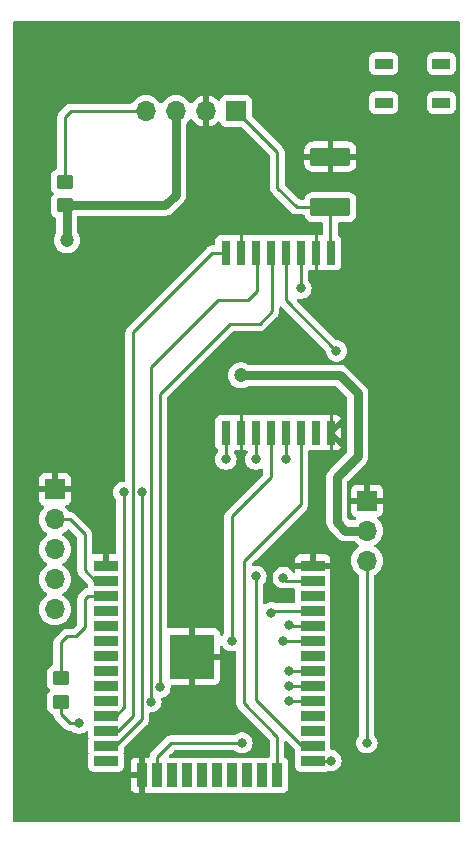
<source format=gtl>
%TF.GenerationSoftware,KiCad,Pcbnew,8.0.6*%
%TF.CreationDate,2024-12-20T16:03:41+01:00*%
%TF.ProjectId,elrs_tx_full,656c7273-5f74-4785-9f66-756c6c2e6b69,rev?*%
%TF.SameCoordinates,Original*%
%TF.FileFunction,Copper,L1,Top*%
%TF.FilePolarity,Positive*%
%FSLAX46Y46*%
G04 Gerber Fmt 4.6, Leading zero omitted, Abs format (unit mm)*
G04 Created by KiCad (PCBNEW 8.0.6) date 2024-12-20 16:03:41*
%MOMM*%
%LPD*%
G01*
G04 APERTURE LIST*
G04 Aperture macros list*
%AMRoundRect*
0 Rectangle with rounded corners*
0 $1 Rounding radius*
0 $2 $3 $4 $5 $6 $7 $8 $9 X,Y pos of 4 corners*
0 Add a 4 corners polygon primitive as box body*
4,1,4,$2,$3,$4,$5,$6,$7,$8,$9,$2,$3,0*
0 Add four circle primitives for the rounded corners*
1,1,$1+$1,$2,$3*
1,1,$1+$1,$4,$5*
1,1,$1+$1,$6,$7*
1,1,$1+$1,$8,$9*
0 Add four rect primitives between the rounded corners*
20,1,$1+$1,$2,$3,$4,$5,0*
20,1,$1+$1,$4,$5,$6,$7,0*
20,1,$1+$1,$6,$7,$8,$9,0*
20,1,$1+$1,$8,$9,$2,$3,0*%
G04 Aperture macros list end*
%TA.AperFunction,SMDPad,CuDef*%
%ADD10RoundRect,0.250000X1.450000X-0.537500X1.450000X0.537500X-1.450000X0.537500X-1.450000X-0.537500X0*%
%TD*%
%TA.AperFunction,SMDPad,CuDef*%
%ADD11RoundRect,0.250000X-0.450000X0.350000X-0.450000X-0.350000X0.450000X-0.350000X0.450000X0.350000X0*%
%TD*%
%TA.AperFunction,ComponentPad*%
%ADD12R,1.700000X1.700000*%
%TD*%
%TA.AperFunction,ComponentPad*%
%ADD13O,1.700000X1.700000*%
%TD*%
%TA.AperFunction,SMDPad,CuDef*%
%ADD14R,0.800000X2.000000*%
%TD*%
%TA.AperFunction,SMDPad,CuDef*%
%ADD15RoundRect,0.090000X-0.660000X-0.360000X0.660000X-0.360000X0.660000X0.360000X-0.660000X0.360000X0*%
%TD*%
%TA.AperFunction,SMDPad,CuDef*%
%ADD16R,2.000000X0.900000*%
%TD*%
%TA.AperFunction,SMDPad,CuDef*%
%ADD17R,0.900000X2.000000*%
%TD*%
%TA.AperFunction,SMDPad,CuDef*%
%ADD18R,0.900000X0.900000*%
%TD*%
%TA.AperFunction,HeatsinkPad*%
%ADD19C,0.600000*%
%TD*%
%TA.AperFunction,SMDPad,CuDef*%
%ADD20R,3.800000X3.800000*%
%TD*%
%TA.AperFunction,ViaPad*%
%ADD21C,0.800000*%
%TD*%
%TA.AperFunction,ViaPad*%
%ADD22C,1.200000*%
%TD*%
%TA.AperFunction,Conductor*%
%ADD23C,0.250000*%
%TD*%
%TA.AperFunction,Conductor*%
%ADD24C,0.750000*%
%TD*%
G04 APERTURE END LIST*
D10*
%TO.P,C1,1*%
%TO.N,+3.3V*%
X113000000Y-57637500D03*
%TO.P,C1,2*%
%TO.N,GND*%
X113000000Y-53362500D03*
%TD*%
D11*
%TO.P,R2,1*%
%TO.N,Net-(U2-EN)*%
X90170000Y-97500000D03*
%TO.P,R2,2*%
%TO.N,+3.3V*%
X90170000Y-99500000D03*
%TD*%
D12*
%TO.P,J2,1,Pin_1*%
%TO.N,GND*%
X89662000Y-81534000D03*
D13*
%TO.P,J2,2,Pin_2*%
%TO.N,+3.3V*%
X89662000Y-84074000D03*
%TO.P,J2,3,Pin_3*%
%TO.N,/ESP32_TX*%
X89662000Y-86614000D03*
%TO.P,J2,4,Pin_4*%
%TO.N,/ESP32_RX*%
X89662000Y-89154000D03*
%TO.P,J2,5,Pin_5*%
%TO.N,/ESP32_BOOT0*%
X89662000Y-91694000D03*
%TD*%
D11*
%TO.P,R1,1*%
%TO.N,Net-(J4-Pin_4)*%
X90500000Y-55500000D03*
%TO.P,R1,2*%
%TO.N,+BATT*%
X90500000Y-57500000D03*
%TD*%
D14*
%TO.P,U1,1,VCC*%
%TO.N,+3.3V*%
X113030000Y-61500000D03*
%TO.P,U1,2,GND*%
%TO.N,GND*%
X111760000Y-61500000D03*
%TO.P,U1,3,MISO_TX*%
%TO.N,/E28_MISO_TX*%
X110490000Y-61500000D03*
%TO.P,U1,4,MOSI_RX*%
%TO.N,/E28_MISO_RX*%
X109220000Y-61500000D03*
%TO.P,U1,5,SCK_RTS*%
%TO.N,/E28_SCK_RTS*%
X107950000Y-61500000D03*
%TO.P,U1,6,NSS_CTS*%
%TO.N,/E28_NSS_CTS*%
X106680000Y-61500000D03*
%TO.P,U1,7,GND*%
%TO.N,GND*%
X105410000Y-61500000D03*
%TO.P,U1,8,RX_EN*%
%TO.N,/E28_RX_EN*%
X104140000Y-61500000D03*
%TO.P,U1,9,TX_EN*%
%TO.N,/E28_TX_EN*%
X104140000Y-76740000D03*
%TO.P,U1,10,GND*%
%TO.N,GND*%
X105410000Y-76740000D03*
%TO.P,U1,11,NRESET*%
%TO.N,/E28_NRESET*%
X106680000Y-76740000D03*
%TO.P,U1,12,BUSY*%
%TO.N,/E28_BUSY*%
X107950000Y-76740000D03*
%TO.P,U1,13,DIO1*%
%TO.N,/E28_DIO1*%
X109220000Y-76740000D03*
%TO.P,U1,14,DIO2*%
%TO.N,/E28_DIO2*%
X110490000Y-76740000D03*
%TO.P,U1,15,DIO3*%
%TO.N,unconnected-(U1-DIO3-Pad15)*%
X111760000Y-76740000D03*
%TO.P,U1,16,GND*%
%TO.N,GND*%
X113030000Y-76740000D03*
%TD*%
D15*
%TO.P,D1,1,VDD*%
%TO.N,unconnected-(D1-VDD-Pad1)*%
X117500000Y-45500000D03*
%TO.P,D1,2,DOUT*%
%TO.N,unconnected-(D1-DOUT-Pad2)*%
X117500000Y-48800000D03*
%TO.P,D1,3,VSS*%
%TO.N,unconnected-(D1-VSS-Pad3)*%
X122400000Y-48800000D03*
%TO.P,D1,4,DIN*%
%TO.N,unconnected-(D1-DIN-Pad4)*%
X122400000Y-45500000D03*
%TD*%
D12*
%TO.P,J3,1,Pin_1*%
%TO.N,GND*%
X116078000Y-82500000D03*
D13*
%TO.P,J3,2,Pin_2*%
%TO.N,+BATT*%
X116078000Y-85040000D03*
%TO.P,J3,3,Pin_3*%
%TO.N,/CRSF_RX_TX*%
X116078000Y-87580000D03*
%TD*%
D16*
%TO.P,U2,1,GND*%
%TO.N,GND*%
X94000000Y-87990000D03*
%TO.P,U2,2,VDD*%
%TO.N,+3.3V*%
X94000000Y-89260000D03*
%TO.P,U2,3,EN*%
%TO.N,Net-(U2-EN)*%
X94000000Y-90530000D03*
%TO.P,U2,4,SENSOR_VP*%
%TO.N,unconnected-(U2-SENSOR_VP-Pad4)*%
X94000000Y-91800000D03*
%TO.P,U2,5,SENSOR_VN*%
%TO.N,unconnected-(U2-SENSOR_VN-Pad5)*%
X94000000Y-93070000D03*
%TO.P,U2,6,IO34*%
%TO.N,unconnected-(U2-IO34-Pad6)*%
X94000000Y-94340000D03*
%TO.P,U2,7,IO35*%
%TO.N,unconnected-(U2-IO35-Pad7)*%
X94000000Y-95610000D03*
%TO.P,U2,8,IO32*%
%TO.N,unconnected-(U2-IO32-Pad8)*%
X94000000Y-96880000D03*
%TO.P,U2,9,IO33*%
%TO.N,unconnected-(U2-IO33-Pad9)*%
X94000000Y-98150000D03*
%TO.P,U2,10,IO25*%
%TO.N,unconnected-(U2-IO25-Pad10)*%
X94000000Y-99420000D03*
%TO.P,U2,11,IO26*%
%TO.N,/E28_TX_EN*%
X94000000Y-100690000D03*
%TO.P,U2,12,IO27*%
%TO.N,/E28_RX_EN*%
X94000000Y-101960000D03*
%TO.P,U2,13,IO14*%
%TO.N,/E28_NRESET*%
X94000000Y-103230000D03*
%TO.P,U2,14,IO12*%
%TO.N,unconnected-(U2-IO12-Pad14)*%
X94000000Y-104500000D03*
D17*
%TO.P,U2,15,GND*%
%TO.N,GND*%
X97040000Y-105750000D03*
%TO.P,U2,16,IO13*%
%TO.N,/CRSF_RX_TX*%
X98310000Y-105750000D03*
%TO.P,U2,17,SHD/SD2*%
%TO.N,unconnected-(U2-SHD{slash}SD2-Pad17)*%
X99580000Y-105750000D03*
%TO.P,U2,18,SWP/SD3*%
%TO.N,unconnected-(U2-SWP{slash}SD3-Pad18)*%
X100850000Y-105750000D03*
%TO.P,U2,19,SCS/CMD*%
%TO.N,unconnected-(U2-SCS{slash}CMD-Pad19)*%
X102120000Y-105750000D03*
%TO.P,U2,20,SCK/CLK*%
%TO.N,unconnected-(U2-SCK{slash}CLK-Pad20)*%
X103390000Y-105750000D03*
%TO.P,U2,21,SDO/SD0*%
%TO.N,unconnected-(U2-SDO{slash}SD0-Pad21)*%
X104660000Y-105750000D03*
%TO.P,U2,22,SDI/SD1*%
%TO.N,unconnected-(U2-SDI{slash}SD1-Pad22)*%
X105930000Y-105750000D03*
%TO.P,U2,23,IO15*%
%TO.N,/LED_RGB*%
X107200000Y-105750000D03*
%TO.P,U2,24,IO2*%
%TO.N,/E28_DIO2*%
X108470000Y-105750000D03*
D16*
%TO.P,U2,25,IO0*%
%TO.N,/ESP32_BOOT0*%
X111500000Y-104500000D03*
%TO.P,U2,26,IO4*%
%TO.N,/E28_DIO1*%
X111500000Y-103230000D03*
%TO.P,U2,27,IO16*%
%TO.N,unconnected-(U2-IO16-Pad27)*%
X111500000Y-101960000D03*
%TO.P,U2,28,IO17*%
%TO.N,unconnected-(U2-IO17-Pad28)*%
X111500000Y-100690000D03*
%TO.P,U2,29,IO5*%
%TO.N,/E28_NSS_CTS*%
X111500000Y-99420000D03*
%TO.P,U2,30,IO18*%
%TO.N,/E28_SCK_RTS*%
X111500000Y-98150000D03*
%TO.P,U2,31,IO19*%
%TO.N,/E28_MISO_RX*%
X111500000Y-96880000D03*
%TO.P,U2,32,NC*%
%TO.N,unconnected-(U2-NC-Pad32)*%
X111500000Y-95610000D03*
%TO.P,U2,33,IO21*%
%TO.N,/E28_BUSY*%
X111500000Y-94340000D03*
%TO.P,U2,34,RXD0/IO3*%
%TO.N,/ESP32_RX*%
X111500000Y-93070000D03*
%TO.P,U2,35,TXD0/IO1*%
%TO.N,/ESP32_TX*%
X111500000Y-91800000D03*
%TO.P,U2,36,IO22*%
%TO.N,unconnected-(U2-IO22-Pad36)*%
X111500000Y-90530000D03*
%TO.P,U2,37,IO23*%
%TO.N,/E28_MISO_TX*%
X111500000Y-89260000D03*
%TO.P,U2,38,GND*%
%TO.N,GND*%
X111500000Y-87990000D03*
D18*
%TO.P,U2,39,GND*%
X99850000Y-94310000D03*
D19*
X99850000Y-95010000D03*
D18*
X99850000Y-95710000D03*
D19*
X99850000Y-96410000D03*
D18*
X99850000Y-97110000D03*
D19*
X100550000Y-94310000D03*
X100550000Y-95710000D03*
X100550000Y-97110000D03*
X101225000Y-95010000D03*
X101225000Y-96410000D03*
D18*
X101250000Y-94310000D03*
X101250000Y-95710000D03*
D20*
X101250000Y-95710000D03*
D18*
X101250000Y-97110000D03*
D19*
X101950000Y-94310000D03*
X101950000Y-95710000D03*
X101950000Y-97110000D03*
D18*
X102650000Y-94310000D03*
D19*
X102650000Y-95010000D03*
D18*
X102650000Y-95710000D03*
D19*
X102650000Y-96410000D03*
D18*
X102650000Y-97110000D03*
%TD*%
D12*
%TO.P,J4,1,Pin_1*%
%TO.N,+3.3V*%
X105000000Y-49500000D03*
D13*
%TO.P,J4,2,Pin_2*%
%TO.N,GND*%
X102460000Y-49500000D03*
%TO.P,J4,3,Pin_3*%
%TO.N,+BATT*%
X99920000Y-49500000D03*
%TO.P,J4,4,Pin_4*%
%TO.N,Net-(J4-Pin_4)*%
X97380000Y-49500000D03*
%TD*%
D21*
%TO.N,/ESP32_BOOT0*%
X113030000Y-104500000D03*
%TO.N,/ESP32_RX*%
X109500000Y-93000000D03*
%TO.N,/ESP32_TX*%
X108000000Y-92000000D03*
%TO.N,+3.3V*%
X91694000Y-101346000D03*
D22*
%TO.N,+BATT*%
X105410000Y-71882000D03*
X90678000Y-60452000D03*
D21*
%TO.N,/CRSF_RX_TX*%
X116078000Y-103000000D03*
X105500000Y-103000000D03*
%TO.N,/E28_MISO_RX*%
X109500000Y-96880000D03*
X113500000Y-69812000D03*
%TO.N,/E28_NSS_CTS*%
X109500000Y-99420000D03*
X97790000Y-99500000D03*
%TO.N,/E28_MISO_TX*%
X110490000Y-64516000D03*
X109000000Y-89000000D03*
%TO.N,/E28_NRESET*%
X97028000Y-81788000D03*
X106680000Y-78994000D03*
%TO.N,/E28_TX_EN*%
X95500000Y-81788000D03*
X104140000Y-78994000D03*
%TO.N,/E28_BUSY*%
X104648000Y-94340000D03*
X109000000Y-94340000D03*
%TO.N,/E28_SCK_RTS*%
X98552000Y-98298000D03*
X109500000Y-98150000D03*
%TO.N,/E28_DIO1*%
X109220000Y-78994000D03*
X106680000Y-88900000D03*
%TD*%
D23*
%TO.N,+3.3V*%
X113000000Y-61470000D02*
X113030000Y-61500000D01*
X113000000Y-57637500D02*
X113000000Y-61470000D01*
X108500000Y-56000000D02*
X110137500Y-57637500D01*
X108500000Y-53000000D02*
X108500000Y-56000000D01*
X105000000Y-49500000D02*
X108500000Y-53000000D01*
X110137500Y-57637500D02*
X113000000Y-57637500D01*
%TO.N,/ESP32_BOOT0*%
X113030000Y-104500000D02*
X111500000Y-104500000D01*
%TO.N,/ESP32_RX*%
X109500000Y-93000000D02*
X109570000Y-93070000D01*
X109570000Y-93070000D02*
X111500000Y-93070000D01*
%TO.N,/ESP32_TX*%
X108000000Y-92000000D02*
X108200000Y-91800000D01*
X108200000Y-91800000D02*
X111500000Y-91800000D01*
%TO.N,+3.3V*%
X94000000Y-89260000D02*
X93070000Y-89260000D01*
X92202000Y-85344000D02*
X90932000Y-84074000D01*
X90932000Y-101346000D02*
X91694000Y-101346000D01*
X92202000Y-88392000D02*
X92202000Y-85344000D01*
X93070000Y-89260000D02*
X92202000Y-88392000D01*
X90170000Y-100584000D02*
X90932000Y-101346000D01*
X90932000Y-84074000D02*
X89662000Y-84074000D01*
X90170000Y-99500000D02*
X90170000Y-100584000D01*
%TO.N,GND*%
X111760000Y-61500000D02*
X111760000Y-59436000D01*
X105410000Y-61500000D02*
X105410000Y-59436000D01*
X113030000Y-76740000D02*
X113030000Y-78740000D01*
X111760000Y-61500000D02*
X111760000Y-63500000D01*
X113030000Y-76740000D02*
X113030000Y-74930000D01*
X105410000Y-76740000D02*
X105410000Y-74422000D01*
X105410000Y-78740000D02*
X105410000Y-76740000D01*
D24*
%TO.N,+BATT*%
X90678000Y-60452000D02*
X90678000Y-57678000D01*
X99920000Y-56580000D02*
X99920000Y-49500000D01*
X114250000Y-85040000D02*
X113538000Y-84328000D01*
X90678000Y-57678000D02*
X90500000Y-57500000D01*
X99000000Y-57500000D02*
X99920000Y-56580000D01*
X116078000Y-85040000D02*
X114250000Y-85040000D01*
X90500000Y-57500000D02*
X99000000Y-57500000D01*
X115316000Y-78740000D02*
X115316000Y-73406000D01*
X115316000Y-73406000D02*
X113792000Y-71882000D01*
X113538000Y-80518000D02*
X115316000Y-78740000D01*
X113792000Y-71882000D02*
X105410000Y-71882000D01*
X113538000Y-84328000D02*
X113538000Y-80518000D01*
D23*
%TO.N,/CRSF_RX_TX*%
X98310000Y-104190000D02*
X99500000Y-103000000D01*
X116078000Y-103000000D02*
X116078000Y-87580000D01*
X99500000Y-103000000D02*
X105500000Y-103000000D01*
X98310000Y-105750000D02*
X98310000Y-104190000D01*
%TO.N,/E28_MISO_RX*%
X109220000Y-65532000D02*
X109220000Y-61500000D01*
X109500000Y-96880000D02*
X111500000Y-96880000D01*
X113500000Y-69812000D02*
X109220000Y-65532000D01*
%TO.N,/E28_NSS_CTS*%
X103500000Y-65500000D02*
X106000000Y-65500000D01*
X106770000Y-64730000D02*
X106770000Y-61590000D01*
X97790000Y-71210000D02*
X103500000Y-65500000D01*
X106770000Y-61590000D02*
X106680000Y-61500000D01*
X106000000Y-65500000D02*
X106770000Y-64730000D01*
X109500000Y-99420000D02*
X111500000Y-99420000D01*
X97790000Y-99500000D02*
X97790000Y-71210000D01*
%TO.N,/E28_MISO_TX*%
X109260000Y-89260000D02*
X109000000Y-89000000D01*
X111500000Y-89260000D02*
X109260000Y-89260000D01*
X110490000Y-64516000D02*
X110490000Y-61500000D01*
%TO.N,/E28_RX_EN*%
X96266000Y-68234000D02*
X103000000Y-61500000D01*
X95040000Y-101960000D02*
X96266000Y-100734000D01*
X96266000Y-100734000D02*
X96266000Y-68234000D01*
X94000000Y-101960000D02*
X95040000Y-101960000D01*
X103000000Y-61500000D02*
X104140000Y-61500000D01*
%TO.N,/E28_NRESET*%
X94770000Y-103230000D02*
X94000000Y-103230000D01*
X106680000Y-78994000D02*
X106680000Y-76740000D01*
X97028000Y-100972000D02*
X94770000Y-103230000D01*
X97028000Y-81788000D02*
X97028000Y-100972000D01*
%TO.N,/E28_DIO2*%
X105664000Y-99664000D02*
X108470000Y-102470000D01*
X110490000Y-82804000D02*
X105664000Y-87630000D01*
X105664000Y-87630000D02*
X105664000Y-99664000D01*
X110490000Y-76740000D02*
X110490000Y-82804000D01*
X108470000Y-102470000D02*
X108470000Y-105750000D01*
%TO.N,/E28_TX_EN*%
X94810000Y-100690000D02*
X94000000Y-100690000D01*
X104140000Y-76740000D02*
X104140000Y-78994000D01*
X95500000Y-81788000D02*
X95500000Y-100000000D01*
X95500000Y-100000000D02*
X94810000Y-100690000D01*
%TO.N,/E28_BUSY*%
X109000000Y-94340000D02*
X111500000Y-94340000D01*
X104648000Y-83820000D02*
X107950000Y-80518000D01*
X107950000Y-80518000D02*
X107950000Y-76740000D01*
X104648000Y-94340000D02*
X104648000Y-83820000D01*
%TO.N,/E28_SCK_RTS*%
X108040000Y-61590000D02*
X107950000Y-61500000D01*
X109500000Y-98150000D02*
X111500000Y-98150000D01*
X108040000Y-66460000D02*
X108040000Y-61590000D01*
X98552000Y-98298000D02*
X98552000Y-73448000D01*
X104500000Y-67500000D02*
X107000000Y-67500000D01*
X98552000Y-73448000D02*
X104500000Y-67500000D01*
X107000000Y-67500000D02*
X108040000Y-66460000D01*
%TO.N,/E28_DIO1*%
X106680000Y-99360000D02*
X110550000Y-103230000D01*
X106680000Y-88900000D02*
X106680000Y-99360000D01*
X109220000Y-78994000D02*
X109220000Y-76740000D01*
X110550000Y-103230000D02*
X111500000Y-103230000D01*
%TO.N,Net-(J4-Pin_4)*%
X91000000Y-49500000D02*
X97380000Y-49500000D01*
X90500000Y-50000000D02*
X91000000Y-49500000D01*
X90500000Y-55500000D02*
X90500000Y-50000000D01*
%TO.N,Net-(U2-EN)*%
X91440000Y-93980000D02*
X92202000Y-93218000D01*
X92202000Y-90798000D02*
X92470000Y-90530000D01*
X92202000Y-93218000D02*
X92202000Y-90798000D01*
X90170000Y-97500000D02*
X90170000Y-94488000D01*
X92470000Y-90530000D02*
X94000000Y-90530000D01*
X90678000Y-93980000D02*
X91440000Y-93980000D01*
X90170000Y-94488000D02*
X90678000Y-93980000D01*
%TD*%
%TA.AperFunction,Conductor*%
%TO.N,GND*%
G36*
X123902539Y-41922185D02*
G01*
X123948294Y-41974989D01*
X123959500Y-42026500D01*
X123959500Y-109611500D01*
X123939815Y-109678539D01*
X123887011Y-109724294D01*
X123835500Y-109735500D01*
X86222500Y-109735500D01*
X86155461Y-109715815D01*
X86109706Y-109663011D01*
X86098500Y-109611500D01*
X86098500Y-106797844D01*
X96090000Y-106797844D01*
X96096401Y-106857372D01*
X96096403Y-106857379D01*
X96146645Y-106992086D01*
X96146649Y-106992093D01*
X96232809Y-107107187D01*
X96232812Y-107107190D01*
X96347906Y-107193350D01*
X96347913Y-107193354D01*
X96482620Y-107243596D01*
X96482627Y-107243598D01*
X96542155Y-107249999D01*
X96542172Y-107250000D01*
X96790000Y-107250000D01*
X96790000Y-106000000D01*
X96090000Y-106000000D01*
X96090000Y-106797844D01*
X86098500Y-106797844D01*
X86098500Y-84073999D01*
X88306341Y-84073999D01*
X88306341Y-84074000D01*
X88326936Y-84309403D01*
X88326938Y-84309413D01*
X88388094Y-84537655D01*
X88388096Y-84537659D01*
X88388097Y-84537663D01*
X88483707Y-84742698D01*
X88487965Y-84751830D01*
X88487967Y-84751834D01*
X88581981Y-84886099D01*
X88623408Y-84945263D01*
X88623501Y-84945395D01*
X88623506Y-84945402D01*
X88790597Y-85112493D01*
X88790603Y-85112498D01*
X88976158Y-85242425D01*
X89019783Y-85297002D01*
X89026977Y-85366500D01*
X88995454Y-85428855D01*
X88976158Y-85445575D01*
X88790597Y-85575505D01*
X88623505Y-85742597D01*
X88487965Y-85936169D01*
X88487964Y-85936171D01*
X88388098Y-86150335D01*
X88388094Y-86150344D01*
X88326938Y-86378586D01*
X88326936Y-86378596D01*
X88306341Y-86613999D01*
X88306341Y-86614000D01*
X88326936Y-86849403D01*
X88326938Y-86849413D01*
X88388094Y-87077655D01*
X88388096Y-87077659D01*
X88388097Y-87077663D01*
X88415258Y-87135909D01*
X88487965Y-87291830D01*
X88487967Y-87291834D01*
X88623501Y-87485395D01*
X88623506Y-87485402D01*
X88790597Y-87652493D01*
X88790603Y-87652498D01*
X88976158Y-87782425D01*
X89019783Y-87837002D01*
X89026977Y-87906500D01*
X88995454Y-87968855D01*
X88976158Y-87985575D01*
X88790597Y-88115505D01*
X88623505Y-88282597D01*
X88487965Y-88476169D01*
X88487964Y-88476171D01*
X88388098Y-88690335D01*
X88388094Y-88690344D01*
X88326938Y-88918586D01*
X88326936Y-88918596D01*
X88306341Y-89153999D01*
X88306341Y-89154000D01*
X88326936Y-89389403D01*
X88326938Y-89389413D01*
X88388094Y-89617655D01*
X88388096Y-89617659D01*
X88388097Y-89617663D01*
X88465732Y-89784151D01*
X88487965Y-89831830D01*
X88487967Y-89831834D01*
X88623501Y-90025395D01*
X88623506Y-90025402D01*
X88790597Y-90192493D01*
X88790603Y-90192498D01*
X88976158Y-90322425D01*
X89019783Y-90377002D01*
X89026977Y-90446500D01*
X88995454Y-90508855D01*
X88976158Y-90525575D01*
X88790597Y-90655505D01*
X88623505Y-90822597D01*
X88487965Y-91016169D01*
X88487964Y-91016171D01*
X88388098Y-91230335D01*
X88388094Y-91230344D01*
X88326938Y-91458586D01*
X88326936Y-91458596D01*
X88306341Y-91693999D01*
X88306341Y-91694000D01*
X88326936Y-91929403D01*
X88326938Y-91929413D01*
X88388094Y-92157655D01*
X88388096Y-92157659D01*
X88388097Y-92157663D01*
X88453474Y-92297864D01*
X88487965Y-92371830D01*
X88487967Y-92371834D01*
X88562540Y-92478334D01*
X88623505Y-92565401D01*
X88790599Y-92732495D01*
X88866137Y-92785387D01*
X88984165Y-92868032D01*
X88984167Y-92868033D01*
X88984170Y-92868035D01*
X89198337Y-92967903D01*
X89426592Y-93029063D01*
X89614918Y-93045539D01*
X89661999Y-93049659D01*
X89662000Y-93049659D01*
X89662001Y-93049659D01*
X89701234Y-93046226D01*
X89897408Y-93029063D01*
X90125663Y-92967903D01*
X90339830Y-92868035D01*
X90533401Y-92732495D01*
X90700495Y-92565401D01*
X90836035Y-92371830D01*
X90935903Y-92157663D01*
X90997063Y-91929408D01*
X91017659Y-91694000D01*
X90997063Y-91458592D01*
X90935903Y-91230337D01*
X90836035Y-91016171D01*
X90700495Y-90822599D01*
X90700494Y-90822597D01*
X90533402Y-90655506D01*
X90533396Y-90655501D01*
X90347842Y-90525575D01*
X90304217Y-90470998D01*
X90297023Y-90401500D01*
X90328546Y-90339145D01*
X90347842Y-90322425D01*
X90370026Y-90306891D01*
X90533401Y-90192495D01*
X90700495Y-90025401D01*
X90836035Y-89831830D01*
X90935903Y-89617663D01*
X90997063Y-89389408D01*
X91017659Y-89154000D01*
X90997063Y-88918592D01*
X90935903Y-88690337D01*
X90836035Y-88476171D01*
X90830163Y-88467784D01*
X90700494Y-88282597D01*
X90533402Y-88115506D01*
X90533396Y-88115501D01*
X90347842Y-87985575D01*
X90304217Y-87930998D01*
X90297023Y-87861500D01*
X90328546Y-87799145D01*
X90347842Y-87782425D01*
X90408431Y-87740000D01*
X90533401Y-87652495D01*
X90700495Y-87485401D01*
X90836035Y-87291830D01*
X90935903Y-87077663D01*
X90997063Y-86849408D01*
X91017659Y-86614000D01*
X90997063Y-86378592D01*
X90935903Y-86150337D01*
X90836035Y-85936171D01*
X90821561Y-85915499D01*
X90700494Y-85742597D01*
X90533402Y-85575506D01*
X90533396Y-85575501D01*
X90347842Y-85445575D01*
X90304217Y-85390998D01*
X90297023Y-85321500D01*
X90328546Y-85259145D01*
X90347842Y-85242425D01*
X90463346Y-85161548D01*
X90533401Y-85112495D01*
X90700495Y-84945401D01*
X90705638Y-84938054D01*
X90760209Y-84894426D01*
X90829706Y-84887226D01*
X90892064Y-84918743D01*
X90894899Y-84921489D01*
X91540181Y-85566771D01*
X91573666Y-85628094D01*
X91576500Y-85654452D01*
X91576500Y-88453610D01*
X91595151Y-88547375D01*
X91600537Y-88574452D01*
X91611644Y-88601267D01*
X91647688Y-88688286D01*
X91657198Y-88702518D01*
X91659318Y-88705690D01*
X91659319Y-88705692D01*
X91716140Y-88790731D01*
X91716141Y-88790732D01*
X91716142Y-88790733D01*
X91803267Y-88877858D01*
X91803268Y-88877858D01*
X91810335Y-88884925D01*
X91810334Y-88884925D01*
X91810338Y-88884928D01*
X92463181Y-89537772D01*
X92496666Y-89599095D01*
X92499500Y-89625452D01*
X92499500Y-89757869D01*
X92499501Y-89757886D01*
X92500905Y-89770943D01*
X92488496Y-89839702D01*
X92440884Y-89890837D01*
X92401807Y-89905809D01*
X92357192Y-89914683D01*
X92347971Y-89916518D01*
X92304743Y-89925116D01*
X92287546Y-89928537D01*
X92173716Y-89975687D01*
X92173707Y-89975692D01*
X92071268Y-90044140D01*
X92027705Y-90087703D01*
X91984142Y-90131267D01*
X91984139Y-90131270D01*
X91803270Y-90312139D01*
X91803267Y-90312142D01*
X91776264Y-90339145D01*
X91716141Y-90399267D01*
X91702222Y-90420097D01*
X91702223Y-90420098D01*
X91647686Y-90501717D01*
X91647685Y-90501718D01*
X91614347Y-90582207D01*
X91608823Y-90595543D01*
X91600537Y-90615545D01*
X91600535Y-90615553D01*
X91576500Y-90736389D01*
X91576500Y-92907548D01*
X91556815Y-92974587D01*
X91540181Y-92995229D01*
X91217229Y-93318181D01*
X91155906Y-93351666D01*
X91129548Y-93354500D01*
X90739606Y-93354500D01*
X90616393Y-93354500D01*
X90547095Y-93368284D01*
X90547094Y-93368283D01*
X90495553Y-93378535D01*
X90495545Y-93378538D01*
X90381716Y-93425687D01*
X90317295Y-93468733D01*
X90317294Y-93468734D01*
X90279263Y-93494144D01*
X90279262Y-93494145D01*
X89771269Y-94002140D01*
X89684144Y-94089264D01*
X89684138Y-94089272D01*
X89615692Y-94191705D01*
X89615684Y-94191719D01*
X89582347Y-94272207D01*
X89576823Y-94285543D01*
X89568537Y-94305545D01*
X89568535Y-94305553D01*
X89544500Y-94426389D01*
X89544500Y-96327983D01*
X89524815Y-96395022D01*
X89472011Y-96440777D01*
X89459510Y-96445686D01*
X89400666Y-96465186D01*
X89400663Y-96465187D01*
X89251342Y-96557289D01*
X89127289Y-96681342D01*
X89035187Y-96830663D01*
X89035186Y-96830666D01*
X88980001Y-96997203D01*
X88980001Y-96997204D01*
X88980000Y-96997204D01*
X88969500Y-97099983D01*
X88969500Y-97900001D01*
X88969501Y-97900019D01*
X88980000Y-98002796D01*
X88980001Y-98002799D01*
X89021226Y-98127207D01*
X89035186Y-98169334D01*
X89114547Y-98298000D01*
X89127289Y-98318657D01*
X89220951Y-98412319D01*
X89254436Y-98473642D01*
X89249452Y-98543334D01*
X89220951Y-98587681D01*
X89127289Y-98681342D01*
X89035187Y-98830663D01*
X89035185Y-98830668D01*
X89007349Y-98914670D01*
X88980001Y-98997203D01*
X88980001Y-98997204D01*
X88980000Y-98997204D01*
X88969500Y-99099983D01*
X88969500Y-99900001D01*
X88969501Y-99900019D01*
X88980000Y-100002796D01*
X88980001Y-100002798D01*
X89009854Y-100092888D01*
X89035186Y-100169334D01*
X89127288Y-100318656D01*
X89251344Y-100442712D01*
X89400666Y-100534814D01*
X89462526Y-100555312D01*
X89519971Y-100595083D01*
X89545140Y-100648827D01*
X89568535Y-100766445D01*
X89568540Y-100766461D01*
X89615685Y-100880281D01*
X89615687Y-100880284D01*
X89639853Y-100916450D01*
X89639854Y-100916452D01*
X89684141Y-100982732D01*
X89684144Y-100982736D01*
X89775586Y-101074178D01*
X89775608Y-101074198D01*
X90443016Y-101741606D01*
X90443045Y-101741637D01*
X90533263Y-101831855D01*
X90533271Y-101831861D01*
X90588160Y-101868537D01*
X90588161Y-101868537D01*
X90635715Y-101900312D01*
X90672837Y-101915688D01*
X90672838Y-101915689D01*
X90672839Y-101915689D01*
X90749548Y-101947463D01*
X90870389Y-101971499D01*
X90870393Y-101971500D01*
X90870394Y-101971500D01*
X90990252Y-101971500D01*
X91057291Y-101991185D01*
X91082400Y-102012526D01*
X91088126Y-102018885D01*
X91088130Y-102018889D01*
X91241265Y-102130148D01*
X91241270Y-102130151D01*
X91414192Y-102207142D01*
X91414197Y-102207144D01*
X91599354Y-102246500D01*
X91599355Y-102246500D01*
X91788644Y-102246500D01*
X91788646Y-102246500D01*
X91973803Y-102207144D01*
X92146730Y-102130151D01*
X92299871Y-102018888D01*
X92299873Y-102018884D01*
X92302614Y-102016894D01*
X92368421Y-101993414D01*
X92436475Y-102009239D01*
X92485170Y-102059345D01*
X92499500Y-102117212D01*
X92499500Y-102457869D01*
X92499501Y-102457876D01*
X92505908Y-102517481D01*
X92518659Y-102551669D01*
X92523642Y-102621361D01*
X92518659Y-102638331D01*
X92505908Y-102672518D01*
X92499501Y-102732116D01*
X92499501Y-102732123D01*
X92499500Y-102732135D01*
X92499500Y-103727870D01*
X92499501Y-103727876D01*
X92505908Y-103787481D01*
X92518659Y-103821669D01*
X92523642Y-103891361D01*
X92518659Y-103908331D01*
X92505908Y-103942518D01*
X92503192Y-103967784D01*
X92499501Y-104002123D01*
X92499500Y-104002135D01*
X92499500Y-104997870D01*
X92499501Y-104997876D01*
X92505908Y-105057483D01*
X92556202Y-105192328D01*
X92556206Y-105192335D01*
X92642452Y-105307544D01*
X92642455Y-105307547D01*
X92757664Y-105393793D01*
X92757671Y-105393797D01*
X92892517Y-105444091D01*
X92892516Y-105444091D01*
X92899444Y-105444835D01*
X92952127Y-105450500D01*
X95047872Y-105450499D01*
X95107483Y-105444091D01*
X95242331Y-105393796D01*
X95357546Y-105307546D01*
X95443796Y-105192331D01*
X95494091Y-105057483D01*
X95500500Y-104997873D01*
X95500500Y-104702155D01*
X96090000Y-104702155D01*
X96090000Y-105500000D01*
X96790000Y-105500000D01*
X96790000Y-104250000D01*
X97290000Y-104250000D01*
X97290000Y-107250000D01*
X97537828Y-107250000D01*
X97537844Y-107249999D01*
X97597372Y-107243598D01*
X97597375Y-107243597D01*
X97630949Y-107231075D01*
X97700640Y-107226089D01*
X97717619Y-107231075D01*
X97752511Y-107244089D01*
X97752512Y-107244089D01*
X97752517Y-107244091D01*
X97812127Y-107250500D01*
X98807872Y-107250499D01*
X98867483Y-107244091D01*
X98901667Y-107231340D01*
X98971358Y-107226357D01*
X98988327Y-107231338D01*
X99022517Y-107244091D01*
X99082127Y-107250500D01*
X100077872Y-107250499D01*
X100137483Y-107244091D01*
X100171667Y-107231340D01*
X100241358Y-107226357D01*
X100258327Y-107231338D01*
X100292517Y-107244091D01*
X100352127Y-107250500D01*
X101347872Y-107250499D01*
X101407483Y-107244091D01*
X101441667Y-107231340D01*
X101511358Y-107226357D01*
X101528327Y-107231338D01*
X101562517Y-107244091D01*
X101622127Y-107250500D01*
X102617872Y-107250499D01*
X102677483Y-107244091D01*
X102711667Y-107231340D01*
X102781358Y-107226357D01*
X102798327Y-107231338D01*
X102832517Y-107244091D01*
X102892127Y-107250500D01*
X103887872Y-107250499D01*
X103947483Y-107244091D01*
X103981667Y-107231340D01*
X104051358Y-107226357D01*
X104068327Y-107231338D01*
X104102517Y-107244091D01*
X104162127Y-107250500D01*
X105157872Y-107250499D01*
X105217483Y-107244091D01*
X105251667Y-107231340D01*
X105321358Y-107226357D01*
X105338327Y-107231338D01*
X105372517Y-107244091D01*
X105432127Y-107250500D01*
X106427872Y-107250499D01*
X106487483Y-107244091D01*
X106521667Y-107231340D01*
X106591358Y-107226357D01*
X106608327Y-107231338D01*
X106642517Y-107244091D01*
X106702127Y-107250500D01*
X107697872Y-107250499D01*
X107757483Y-107244091D01*
X107791667Y-107231340D01*
X107861358Y-107226357D01*
X107878327Y-107231338D01*
X107912517Y-107244091D01*
X107972127Y-107250500D01*
X108967872Y-107250499D01*
X109027483Y-107244091D01*
X109162331Y-107193796D01*
X109277546Y-107107546D01*
X109363796Y-106992331D01*
X109414091Y-106857483D01*
X109420500Y-106797873D01*
X109420499Y-104702128D01*
X109414091Y-104642517D01*
X109363884Y-104507906D01*
X109363797Y-104507671D01*
X109363793Y-104507664D01*
X109277547Y-104392455D01*
X109277544Y-104392452D01*
X109162329Y-104306202D01*
X109160068Y-104304967D01*
X109158246Y-104303145D01*
X109155231Y-104300888D01*
X109155555Y-104300454D01*
X109110665Y-104255559D01*
X109095500Y-104196138D01*
X109095500Y-102959452D01*
X109115185Y-102892413D01*
X109167989Y-102846658D01*
X109237147Y-102836714D01*
X109300703Y-102865739D01*
X109307177Y-102871767D01*
X109783179Y-103347770D01*
X109963181Y-103527772D01*
X109996666Y-103589095D01*
X109999500Y-103615452D01*
X109999500Y-103727869D01*
X109999501Y-103727876D01*
X110005908Y-103787481D01*
X110018659Y-103821669D01*
X110023642Y-103891361D01*
X110018659Y-103908331D01*
X110005908Y-103942518D01*
X110003192Y-103967784D01*
X109999501Y-104002123D01*
X109999500Y-104002135D01*
X109999500Y-104997870D01*
X109999501Y-104997876D01*
X110005908Y-105057483D01*
X110056202Y-105192328D01*
X110056206Y-105192335D01*
X110142452Y-105307544D01*
X110142455Y-105307547D01*
X110257664Y-105393793D01*
X110257671Y-105393797D01*
X110392517Y-105444091D01*
X110392516Y-105444091D01*
X110399444Y-105444835D01*
X110452127Y-105450500D01*
X112547872Y-105450499D01*
X112607483Y-105444091D01*
X112742331Y-105393796D01*
X112742338Y-105393790D01*
X112747278Y-105391094D01*
X112815551Y-105376241D01*
X112832488Y-105378635D01*
X112935354Y-105400500D01*
X113124644Y-105400500D01*
X113124646Y-105400500D01*
X113309803Y-105361144D01*
X113482730Y-105284151D01*
X113635871Y-105172888D01*
X113762533Y-105032216D01*
X113857179Y-104868284D01*
X113915674Y-104688256D01*
X113935460Y-104500000D01*
X113915674Y-104311744D01*
X113857179Y-104131716D01*
X113762533Y-103967784D01*
X113635871Y-103827112D01*
X113635870Y-103827111D01*
X113482734Y-103715851D01*
X113482729Y-103715848D01*
X113309807Y-103638857D01*
X113309802Y-103638855D01*
X113164001Y-103607865D01*
X113124646Y-103599500D01*
X113124645Y-103599500D01*
X113124500Y-103599500D01*
X113124418Y-103599476D01*
X113118178Y-103598820D01*
X113118297Y-103597678D01*
X113057461Y-103579815D01*
X113011706Y-103527011D01*
X113000500Y-103475500D01*
X113000499Y-102732129D01*
X113000498Y-102732123D01*
X113000497Y-102732116D01*
X112994091Y-102672517D01*
X112981340Y-102638332D01*
X112976357Y-102568642D01*
X112981340Y-102551669D01*
X112994091Y-102517483D01*
X113000500Y-102457873D01*
X113000499Y-101462128D01*
X112994091Y-101402517D01*
X112981340Y-101368332D01*
X112976357Y-101298642D01*
X112981340Y-101281669D01*
X112994091Y-101247483D01*
X113000500Y-101187873D01*
X113000499Y-100192128D01*
X112994091Y-100132517D01*
X112981340Y-100098332D01*
X112976357Y-100028642D01*
X112981340Y-100011669D01*
X112994091Y-99977483D01*
X113000500Y-99917873D01*
X113000499Y-98922128D01*
X112994091Y-98862517D01*
X112981340Y-98828332D01*
X112976357Y-98758642D01*
X112981340Y-98741669D01*
X112994091Y-98707483D01*
X113000500Y-98647873D01*
X113000499Y-97652128D01*
X112994091Y-97592517D01*
X112981340Y-97558332D01*
X112976357Y-97488642D01*
X112981340Y-97471669D01*
X112994091Y-97437483D01*
X113000500Y-97377873D01*
X113000499Y-96382128D01*
X112994091Y-96322517D01*
X112981340Y-96288332D01*
X112976357Y-96218642D01*
X112981340Y-96201669D01*
X112994091Y-96167483D01*
X113000500Y-96107873D01*
X113000499Y-95112128D01*
X112994091Y-95052517D01*
X112981340Y-95018332D01*
X112976357Y-94948642D01*
X112981340Y-94931669D01*
X112994091Y-94897483D01*
X113000500Y-94837873D01*
X113000499Y-93842128D01*
X112994091Y-93782517D01*
X112981340Y-93748332D01*
X112976357Y-93678642D01*
X112981338Y-93661672D01*
X112994091Y-93627483D01*
X113000500Y-93567873D01*
X113000499Y-92572128D01*
X112994091Y-92512517D01*
X112981340Y-92478332D01*
X112976357Y-92408642D01*
X112981338Y-92391672D01*
X112994091Y-92357483D01*
X113000500Y-92297873D01*
X113000499Y-91302128D01*
X112994091Y-91242517D01*
X112981340Y-91208332D01*
X112976357Y-91138642D01*
X112981338Y-91121672D01*
X112994091Y-91087483D01*
X113000500Y-91027873D01*
X113000499Y-90032128D01*
X112994091Y-89972517D01*
X112981340Y-89938332D01*
X112976357Y-89868642D01*
X112981338Y-89851672D01*
X112994091Y-89817483D01*
X113000500Y-89757873D01*
X113000499Y-88762128D01*
X112994091Y-88702517D01*
X112981073Y-88667616D01*
X112976090Y-88597926D01*
X112981075Y-88580949D01*
X112993597Y-88547375D01*
X112993598Y-88547372D01*
X112999999Y-88487844D01*
X113000000Y-88487827D01*
X113000000Y-88240000D01*
X110000000Y-88240000D01*
X110000000Y-88468276D01*
X109980315Y-88535315D01*
X109927511Y-88581070D01*
X109858353Y-88591014D01*
X109794797Y-88561989D01*
X109768613Y-88530276D01*
X109732534Y-88467785D01*
X109605870Y-88327111D01*
X109452734Y-88215851D01*
X109452729Y-88215848D01*
X109279807Y-88138857D01*
X109279802Y-88138855D01*
X109134001Y-88107865D01*
X109094646Y-88099500D01*
X108905354Y-88099500D01*
X108872897Y-88106398D01*
X108720197Y-88138855D01*
X108720192Y-88138857D01*
X108547270Y-88215848D01*
X108547265Y-88215851D01*
X108394129Y-88327111D01*
X108267466Y-88467785D01*
X108172821Y-88631715D01*
X108172818Y-88631722D01*
X108121153Y-88790733D01*
X108114326Y-88811744D01*
X108094540Y-89000000D01*
X108114326Y-89188256D01*
X108114327Y-89188259D01*
X108172818Y-89368277D01*
X108172821Y-89368284D01*
X108267467Y-89532216D01*
X108394129Y-89672888D01*
X108547265Y-89784148D01*
X108547270Y-89784151D01*
X108720192Y-89861142D01*
X108720197Y-89861144D01*
X108905354Y-89900500D01*
X108905355Y-89900500D01*
X109094643Y-89900500D01*
X109094646Y-89900500D01*
X109156917Y-89887263D01*
X109194852Y-89885152D01*
X109198394Y-89885501D01*
X109327721Y-89885501D01*
X109327741Y-89885500D01*
X109877219Y-89885500D01*
X109944258Y-89905185D01*
X109990013Y-89957989D01*
X110000507Y-90022756D01*
X109999500Y-90032127D01*
X109999500Y-90032129D01*
X109999500Y-91027870D01*
X109999501Y-91027885D01*
X110000508Y-91037243D01*
X109988104Y-91106003D01*
X109940494Y-91157141D01*
X109877219Y-91174500D01*
X108386217Y-91174500D01*
X108335781Y-91163779D01*
X108279806Y-91138857D01*
X108279802Y-91138855D01*
X108125240Y-91106003D01*
X108094646Y-91099500D01*
X107905354Y-91099500D01*
X107874760Y-91106003D01*
X107720197Y-91138855D01*
X107720192Y-91138857D01*
X107547270Y-91215848D01*
X107547266Y-91215851D01*
X107502384Y-91248459D01*
X107436577Y-91271938D01*
X107368523Y-91256111D01*
X107319829Y-91206005D01*
X107305500Y-91148140D01*
X107305500Y-89598687D01*
X107325185Y-89531648D01*
X107337350Y-89515715D01*
X107355891Y-89495122D01*
X107412533Y-89432216D01*
X107507179Y-89268284D01*
X107565674Y-89088256D01*
X107585460Y-88900000D01*
X107565674Y-88711744D01*
X107507179Y-88531716D01*
X107412533Y-88367784D01*
X107285871Y-88227112D01*
X107270369Y-88215849D01*
X107132734Y-88115851D01*
X107132729Y-88115848D01*
X106959807Y-88038857D01*
X106959802Y-88038855D01*
X106814001Y-88007865D01*
X106774646Y-87999500D01*
X106585354Y-87999500D01*
X106478892Y-88022128D01*
X106409226Y-88016812D01*
X106353493Y-87974674D01*
X106329388Y-87909094D01*
X106344565Y-87840893D01*
X106365428Y-87813161D01*
X106686434Y-87492155D01*
X110000000Y-87492155D01*
X110000000Y-87740000D01*
X111250000Y-87740000D01*
X111750000Y-87740000D01*
X113000000Y-87740000D01*
X113000000Y-87492172D01*
X112999999Y-87492155D01*
X112993598Y-87432627D01*
X112993596Y-87432620D01*
X112943354Y-87297913D01*
X112943350Y-87297906D01*
X112857190Y-87182812D01*
X112857187Y-87182809D01*
X112742093Y-87096649D01*
X112742086Y-87096645D01*
X112607379Y-87046403D01*
X112607372Y-87046401D01*
X112547844Y-87040000D01*
X111750000Y-87040000D01*
X111750000Y-87740000D01*
X111250000Y-87740000D01*
X111250000Y-87040000D01*
X110452155Y-87040000D01*
X110392627Y-87046401D01*
X110392620Y-87046403D01*
X110257913Y-87096645D01*
X110257906Y-87096649D01*
X110142812Y-87182809D01*
X110142809Y-87182812D01*
X110056649Y-87297906D01*
X110056645Y-87297913D01*
X110006403Y-87432620D01*
X110006401Y-87432627D01*
X110000000Y-87492155D01*
X106686434Y-87492155D01*
X110975858Y-83202733D01*
X111044312Y-83100285D01*
X111091463Y-82986451D01*
X111108640Y-82900099D01*
X111115501Y-82865608D01*
X111115501Y-82737283D01*
X111115500Y-82737257D01*
X111115500Y-78357405D01*
X111135185Y-78290366D01*
X111187989Y-78244611D01*
X111252754Y-78234116D01*
X111312127Y-78240500D01*
X112207872Y-78240499D01*
X112267483Y-78234091D01*
X112352382Y-78202425D01*
X112422070Y-78197440D01*
X112439047Y-78202425D01*
X112522623Y-78233598D01*
X112582155Y-78239999D01*
X112582172Y-78240000D01*
X113477828Y-78240000D01*
X113477844Y-78239999D01*
X113537372Y-78233598D01*
X113537379Y-78233596D01*
X113672086Y-78183354D01*
X113672093Y-78183350D01*
X113787187Y-78097190D01*
X113787190Y-78097187D01*
X113873351Y-77982091D01*
X113873352Y-77982090D01*
X113885627Y-77949179D01*
X112764128Y-76827680D01*
X112730643Y-76766357D01*
X112732528Y-76739999D01*
X113383553Y-76739999D01*
X113383553Y-76740000D01*
X113929999Y-77286447D01*
X113930000Y-77286446D01*
X113930000Y-76193553D01*
X113929999Y-76193552D01*
X113383553Y-76739999D01*
X112732528Y-76739999D01*
X112735627Y-76696665D01*
X112764128Y-76652318D01*
X113030000Y-76386447D01*
X113885627Y-75530819D01*
X113873353Y-75497910D01*
X113873351Y-75497907D01*
X113787190Y-75382812D01*
X113787187Y-75382809D01*
X113672093Y-75296649D01*
X113672086Y-75296645D01*
X113537379Y-75246403D01*
X113537372Y-75246401D01*
X113477844Y-75240000D01*
X112582155Y-75240000D01*
X112522627Y-75246401D01*
X112522616Y-75246404D01*
X112439046Y-75277573D01*
X112369354Y-75282557D01*
X112352382Y-75277573D01*
X112267485Y-75245909D01*
X112267483Y-75245908D01*
X112207883Y-75239501D01*
X112207881Y-75239500D01*
X112207873Y-75239500D01*
X112207864Y-75239500D01*
X111312129Y-75239500D01*
X111312123Y-75239501D01*
X111252516Y-75245908D01*
X111168332Y-75277307D01*
X111098641Y-75282291D01*
X111081667Y-75277307D01*
X110997482Y-75245908D01*
X110997483Y-75245908D01*
X110937883Y-75239501D01*
X110937881Y-75239500D01*
X110937873Y-75239500D01*
X110937864Y-75239500D01*
X110042129Y-75239500D01*
X110042123Y-75239501D01*
X109982516Y-75245908D01*
X109898332Y-75277307D01*
X109828641Y-75282291D01*
X109811667Y-75277307D01*
X109727482Y-75245908D01*
X109727483Y-75245908D01*
X109667883Y-75239501D01*
X109667881Y-75239500D01*
X109667873Y-75239500D01*
X109667864Y-75239500D01*
X108772129Y-75239500D01*
X108772123Y-75239501D01*
X108712516Y-75245908D01*
X108628332Y-75277307D01*
X108558641Y-75282291D01*
X108541667Y-75277307D01*
X108457482Y-75245908D01*
X108457483Y-75245908D01*
X108397883Y-75239501D01*
X108397881Y-75239500D01*
X108397873Y-75239500D01*
X108397864Y-75239500D01*
X107502129Y-75239500D01*
X107502123Y-75239501D01*
X107442516Y-75245908D01*
X107358332Y-75277307D01*
X107288641Y-75282291D01*
X107271667Y-75277307D01*
X107187482Y-75245908D01*
X107187483Y-75245908D01*
X107127883Y-75239501D01*
X107127881Y-75239500D01*
X107127873Y-75239500D01*
X107127864Y-75239500D01*
X106232129Y-75239500D01*
X106232123Y-75239501D01*
X106172514Y-75245909D01*
X106087617Y-75277573D01*
X106017925Y-75282557D01*
X106000953Y-75277573D01*
X105917382Y-75246403D01*
X105917372Y-75246401D01*
X105857844Y-75240000D01*
X104962155Y-75240000D01*
X104902627Y-75246401D01*
X104902616Y-75246404D01*
X104819046Y-75277573D01*
X104749354Y-75282557D01*
X104732382Y-75277573D01*
X104647485Y-75245909D01*
X104647483Y-75245908D01*
X104587883Y-75239501D01*
X104587881Y-75239500D01*
X104587873Y-75239500D01*
X104587864Y-75239500D01*
X103692129Y-75239500D01*
X103692123Y-75239501D01*
X103632516Y-75245908D01*
X103497671Y-75296202D01*
X103497664Y-75296206D01*
X103382455Y-75382452D01*
X103382452Y-75382455D01*
X103296206Y-75497664D01*
X103296202Y-75497671D01*
X103245908Y-75632517D01*
X103239501Y-75692116D01*
X103239500Y-75692135D01*
X103239500Y-77787870D01*
X103239501Y-77787876D01*
X103245908Y-77847483D01*
X103296202Y-77982328D01*
X103296206Y-77982335D01*
X103382452Y-78097544D01*
X103382453Y-78097545D01*
X103382454Y-78097546D01*
X103464811Y-78159198D01*
X103506682Y-78215131D01*
X103514500Y-78258464D01*
X103514500Y-78295312D01*
X103494815Y-78362351D01*
X103482650Y-78378284D01*
X103407466Y-78461784D01*
X103312821Y-78625715D01*
X103312818Y-78625722D01*
X103254327Y-78805740D01*
X103254326Y-78805744D01*
X103234540Y-78994000D01*
X103254326Y-79182256D01*
X103254327Y-79182259D01*
X103312818Y-79362277D01*
X103312821Y-79362284D01*
X103407467Y-79526216D01*
X103495500Y-79623986D01*
X103534129Y-79666888D01*
X103687265Y-79778148D01*
X103687270Y-79778151D01*
X103860192Y-79855142D01*
X103860197Y-79855144D01*
X104045354Y-79894500D01*
X104045355Y-79894500D01*
X104234644Y-79894500D01*
X104234646Y-79894500D01*
X104419803Y-79855144D01*
X104592730Y-79778151D01*
X104745871Y-79666888D01*
X104872533Y-79526216D01*
X104967179Y-79362284D01*
X105025674Y-79182256D01*
X105045460Y-78994000D01*
X105025674Y-78805744D01*
X104967179Y-78625716D01*
X104872533Y-78461784D01*
X104858749Y-78446475D01*
X104828519Y-78383486D01*
X104837142Y-78314150D01*
X104881883Y-78260484D01*
X104948535Y-78239526D01*
X104958838Y-78239979D01*
X104958847Y-78239822D01*
X104962172Y-78240000D01*
X105857828Y-78240000D01*
X105861153Y-78239822D01*
X105861226Y-78241185D01*
X105924598Y-78252616D01*
X105975739Y-78300223D01*
X105993022Y-78367921D01*
X105970962Y-78434216D01*
X105961252Y-78446474D01*
X105947466Y-78461785D01*
X105852821Y-78625715D01*
X105852818Y-78625722D01*
X105794327Y-78805740D01*
X105794326Y-78805744D01*
X105774540Y-78994000D01*
X105794326Y-79182256D01*
X105794327Y-79182259D01*
X105852818Y-79362277D01*
X105852821Y-79362284D01*
X105947467Y-79526216D01*
X106035500Y-79623986D01*
X106074129Y-79666888D01*
X106227265Y-79778148D01*
X106227270Y-79778151D01*
X106400192Y-79855142D01*
X106400197Y-79855144D01*
X106585354Y-79894500D01*
X106585355Y-79894500D01*
X106774644Y-79894500D01*
X106774646Y-79894500D01*
X106959803Y-79855144D01*
X107132730Y-79778151D01*
X107132733Y-79778148D01*
X107138363Y-79774899D01*
X107139904Y-79777569D01*
X107192948Y-79758415D01*
X107261062Y-79773980D01*
X107309948Y-79823900D01*
X107324500Y-79882185D01*
X107324500Y-80207547D01*
X107304815Y-80274586D01*
X107288181Y-80295228D01*
X105742402Y-81841007D01*
X104249270Y-83334139D01*
X104249267Y-83334142D01*
X104205705Y-83377703D01*
X104162144Y-83421264D01*
X104162142Y-83421267D01*
X104141273Y-83452500D01*
X104141272Y-83452502D01*
X104141271Y-83452501D01*
X104093689Y-83523712D01*
X104093685Y-83523719D01*
X104067002Y-83588141D01*
X104067002Y-83588142D01*
X104046537Y-83637546D01*
X104022500Y-83758396D01*
X104022500Y-93641312D01*
X104002815Y-93708351D01*
X103990650Y-93724284D01*
X103915466Y-93807784D01*
X103881387Y-93866812D01*
X103830820Y-93915027D01*
X103762213Y-93928251D01*
X103697348Y-93902283D01*
X103656820Y-93845369D01*
X103650000Y-93804812D01*
X103650000Y-93762172D01*
X103649999Y-93762155D01*
X103643598Y-93702627D01*
X103643596Y-93702620D01*
X103593354Y-93567913D01*
X103593350Y-93567906D01*
X103507190Y-93452812D01*
X103507187Y-93452809D01*
X103392093Y-93366649D01*
X103392086Y-93366645D01*
X103257379Y-93316403D01*
X103257372Y-93316401D01*
X103197844Y-93310000D01*
X101500000Y-93310000D01*
X101500000Y-94060000D01*
X101846447Y-94060000D01*
X101846447Y-94059999D01*
X101862319Y-94044128D01*
X101923642Y-94010643D01*
X101993334Y-94015627D01*
X102037681Y-94044128D01*
X102053553Y-94060000D01*
X102776000Y-94060000D01*
X102843039Y-94079685D01*
X102888794Y-94132489D01*
X102900000Y-94184000D01*
X102900000Y-94906447D01*
X102915872Y-94922319D01*
X102949357Y-94983642D01*
X102944373Y-95053334D01*
X102915872Y-95097681D01*
X102900000Y-95113552D01*
X102900000Y-95460000D01*
X103650000Y-95460000D01*
X103650000Y-94875187D01*
X103669685Y-94808148D01*
X103722489Y-94762393D01*
X103791647Y-94752449D01*
X103855203Y-94781474D01*
X103881385Y-94813184D01*
X103895641Y-94837876D01*
X103915467Y-94872216D01*
X104042129Y-95012888D01*
X104195265Y-95124148D01*
X104195270Y-95124151D01*
X104368192Y-95201142D01*
X104368197Y-95201144D01*
X104553354Y-95240500D01*
X104553355Y-95240500D01*
X104742644Y-95240500D01*
X104742646Y-95240500D01*
X104888720Y-95209451D01*
X104958386Y-95214767D01*
X105014120Y-95256904D01*
X105038225Y-95322484D01*
X105038500Y-95330741D01*
X105038500Y-99725611D01*
X105062535Y-99846444D01*
X105062540Y-99846461D01*
X105109685Y-99960281D01*
X105109688Y-99960286D01*
X105138093Y-100002795D01*
X105138094Y-100002798D01*
X105178138Y-100062728D01*
X105178144Y-100062736D01*
X105269586Y-100154178D01*
X105269608Y-100154198D01*
X107808181Y-102692771D01*
X107841666Y-102754094D01*
X107844500Y-102780452D01*
X107844500Y-104127218D01*
X107824815Y-104194257D01*
X107772011Y-104240012D01*
X107707250Y-104250508D01*
X107702523Y-104250000D01*
X107697873Y-104249500D01*
X107697870Y-104249500D01*
X106702129Y-104249500D01*
X106702123Y-104249501D01*
X106642518Y-104255908D01*
X106608331Y-104268659D01*
X106538639Y-104273642D01*
X106521669Y-104268659D01*
X106504140Y-104262121D01*
X106487483Y-104255909D01*
X106487482Y-104255908D01*
X106427883Y-104249501D01*
X106427881Y-104249500D01*
X106427873Y-104249500D01*
X106427864Y-104249500D01*
X105432129Y-104249500D01*
X105432123Y-104249501D01*
X105372518Y-104255908D01*
X105338331Y-104268659D01*
X105268639Y-104273642D01*
X105251669Y-104268659D01*
X105234140Y-104262121D01*
X105217483Y-104255909D01*
X105217482Y-104255908D01*
X105157883Y-104249501D01*
X105157881Y-104249500D01*
X105157873Y-104249500D01*
X105157864Y-104249500D01*
X104162129Y-104249500D01*
X104162123Y-104249501D01*
X104102518Y-104255908D01*
X104068331Y-104268659D01*
X103998639Y-104273642D01*
X103981669Y-104268659D01*
X103964140Y-104262121D01*
X103947483Y-104255909D01*
X103947482Y-104255908D01*
X103887883Y-104249501D01*
X103887881Y-104249500D01*
X103887873Y-104249500D01*
X103887864Y-104249500D01*
X102892129Y-104249500D01*
X102892123Y-104249501D01*
X102832518Y-104255908D01*
X102798331Y-104268659D01*
X102728639Y-104273642D01*
X102711669Y-104268659D01*
X102694140Y-104262121D01*
X102677483Y-104255909D01*
X102677482Y-104255908D01*
X102617883Y-104249501D01*
X102617881Y-104249500D01*
X102617873Y-104249500D01*
X102617864Y-104249500D01*
X101622129Y-104249500D01*
X101622123Y-104249501D01*
X101562518Y-104255908D01*
X101528331Y-104268659D01*
X101458639Y-104273642D01*
X101441669Y-104268659D01*
X101424140Y-104262121D01*
X101407483Y-104255909D01*
X101407482Y-104255908D01*
X101347883Y-104249501D01*
X101347881Y-104249500D01*
X101347873Y-104249500D01*
X101347864Y-104249500D01*
X100352129Y-104249500D01*
X100352123Y-104249501D01*
X100292518Y-104255908D01*
X100258331Y-104268659D01*
X100188639Y-104273642D01*
X100171669Y-104268659D01*
X100154140Y-104262121D01*
X100137483Y-104255909D01*
X100137482Y-104255908D01*
X100077883Y-104249501D01*
X100077881Y-104249500D01*
X100077873Y-104249500D01*
X100077865Y-104249500D01*
X99434451Y-104249500D01*
X99367412Y-104229815D01*
X99321657Y-104177011D01*
X99311713Y-104107853D01*
X99340738Y-104044297D01*
X99346770Y-104037819D01*
X99462259Y-103922331D01*
X99722771Y-103661819D01*
X99784094Y-103628334D01*
X99810452Y-103625500D01*
X104796252Y-103625500D01*
X104863291Y-103645185D01*
X104888400Y-103666526D01*
X104894126Y-103672885D01*
X104894130Y-103672889D01*
X105047265Y-103784148D01*
X105047270Y-103784151D01*
X105220192Y-103861142D01*
X105220197Y-103861144D01*
X105405354Y-103900500D01*
X105405355Y-103900500D01*
X105594644Y-103900500D01*
X105594646Y-103900500D01*
X105779803Y-103861144D01*
X105952730Y-103784151D01*
X106105871Y-103672888D01*
X106232533Y-103532216D01*
X106327179Y-103368284D01*
X106385674Y-103188256D01*
X106405460Y-103000000D01*
X106385674Y-102811744D01*
X106327179Y-102631716D01*
X106232533Y-102467784D01*
X106105871Y-102327112D01*
X106105870Y-102327111D01*
X105952734Y-102215851D01*
X105952729Y-102215848D01*
X105779807Y-102138857D01*
X105779802Y-102138855D01*
X105634001Y-102107865D01*
X105594646Y-102099500D01*
X105405354Y-102099500D01*
X105372897Y-102106398D01*
X105220197Y-102138855D01*
X105220192Y-102138857D01*
X105047270Y-102215848D01*
X105047265Y-102215851D01*
X104894130Y-102327110D01*
X104894126Y-102327114D01*
X104888400Y-102333474D01*
X104828913Y-102370121D01*
X104796252Y-102374500D01*
X99438389Y-102374500D01*
X99377971Y-102386518D01*
X99340259Y-102394019D01*
X99317550Y-102398536D01*
X99317548Y-102398537D01*
X99284207Y-102412347D01*
X99203719Y-102445684D01*
X99203705Y-102445692D01*
X99101272Y-102514138D01*
X99101264Y-102514144D01*
X97824140Y-103791268D01*
X97813181Y-103807671D01*
X97755689Y-103893712D01*
X97755685Y-103893719D01*
X97743835Y-103922330D01*
X97708538Y-104007543D01*
X97708537Y-104007546D01*
X97708537Y-104007548D01*
X97703659Y-104032071D01*
X97685414Y-104123797D01*
X97685413Y-104123805D01*
X97684500Y-104128389D01*
X97683903Y-104134457D01*
X97682561Y-104134324D01*
X97664815Y-104194761D01*
X97612011Y-104240516D01*
X97547249Y-104251012D01*
X97537838Y-104250000D01*
X97290000Y-104250000D01*
X96790000Y-104250000D01*
X96542155Y-104250000D01*
X96482627Y-104256401D01*
X96482620Y-104256403D01*
X96347913Y-104306645D01*
X96347906Y-104306649D01*
X96232812Y-104392809D01*
X96232809Y-104392812D01*
X96146649Y-104507906D01*
X96146645Y-104507913D01*
X96096403Y-104642620D01*
X96096401Y-104642627D01*
X96090000Y-104702155D01*
X95500500Y-104702155D01*
X95500499Y-104002128D01*
X95494091Y-103942517D01*
X95481340Y-103908332D01*
X95476357Y-103838642D01*
X95481340Y-103821669D01*
X95494091Y-103787483D01*
X95500500Y-103727873D01*
X95500499Y-103435450D01*
X95520183Y-103368412D01*
X95536813Y-103347775D01*
X97426729Y-101457860D01*
X97426733Y-101457858D01*
X97513858Y-101370733D01*
X97582311Y-101268286D01*
X97629463Y-101154452D01*
X97653500Y-101033606D01*
X97653500Y-100524500D01*
X97673185Y-100457461D01*
X97725989Y-100411706D01*
X97777500Y-100400500D01*
X97884644Y-100400500D01*
X97884646Y-100400500D01*
X98069803Y-100361144D01*
X98242730Y-100284151D01*
X98395871Y-100172888D01*
X98522533Y-100032216D01*
X98617179Y-99868284D01*
X98675674Y-99688256D01*
X98695460Y-99500000D01*
X98675674Y-99311744D01*
X98675672Y-99311739D01*
X98675067Y-99305978D01*
X98687636Y-99237248D01*
X98735368Y-99186224D01*
X98772601Y-99171727D01*
X98831803Y-99159144D01*
X98831807Y-99159142D01*
X98831808Y-99159142D01*
X98964645Y-99099998D01*
X99004730Y-99082151D01*
X99157871Y-98970888D01*
X99284533Y-98830216D01*
X99379179Y-98666284D01*
X99437674Y-98486256D01*
X99457460Y-98298000D01*
X99452096Y-98246960D01*
X99464666Y-98178230D01*
X99512399Y-98127207D01*
X99575417Y-98110000D01*
X101000000Y-98110000D01*
X101000000Y-97360000D01*
X101500000Y-97360000D01*
X101500000Y-98110000D01*
X103197828Y-98110000D01*
X103197844Y-98109999D01*
X103257372Y-98103598D01*
X103257379Y-98103596D01*
X103392086Y-98053354D01*
X103392093Y-98053350D01*
X103507187Y-97967190D01*
X103507190Y-97967187D01*
X103593350Y-97852093D01*
X103593354Y-97852086D01*
X103643596Y-97717379D01*
X103643598Y-97717372D01*
X103649999Y-97657844D01*
X103650000Y-97657827D01*
X103650000Y-95960000D01*
X102900000Y-95960000D01*
X102900000Y-96306447D01*
X102915872Y-96322319D01*
X102949357Y-96383642D01*
X102944373Y-96453334D01*
X102915872Y-96497681D01*
X102900000Y-96513552D01*
X102900000Y-97236000D01*
X102880315Y-97303039D01*
X102827511Y-97348794D01*
X102776000Y-97360000D01*
X102053552Y-97360000D01*
X102037681Y-97375872D01*
X101976358Y-97409357D01*
X101906666Y-97404373D01*
X101862319Y-97375872D01*
X101846447Y-97360000D01*
X101500000Y-97360000D01*
X101000000Y-97360000D01*
X100653552Y-97360000D01*
X100637681Y-97375872D01*
X100576358Y-97409357D01*
X100506666Y-97404373D01*
X100462319Y-97375872D01*
X100446447Y-97360000D01*
X99724000Y-97360000D01*
X99656961Y-97340315D01*
X99611206Y-97287511D01*
X99600000Y-97236000D01*
X99600000Y-97090109D01*
X100450000Y-97090109D01*
X100450000Y-97129891D01*
X100465224Y-97166645D01*
X100493355Y-97194776D01*
X100530109Y-97210000D01*
X100569891Y-97210000D01*
X100606645Y-97194776D01*
X100634776Y-97166645D01*
X100650000Y-97129891D01*
X100650000Y-97090109D01*
X101850000Y-97090109D01*
X101850000Y-97129891D01*
X101865224Y-97166645D01*
X101893355Y-97194776D01*
X101930109Y-97210000D01*
X101969891Y-97210000D01*
X102006645Y-97194776D01*
X102034776Y-97166645D01*
X102050000Y-97129891D01*
X102050000Y-97090109D01*
X102034776Y-97053355D01*
X102006645Y-97025224D01*
X101969891Y-97010000D01*
X101930109Y-97010000D01*
X101893355Y-97025224D01*
X101865224Y-97053355D01*
X101850000Y-97090109D01*
X100650000Y-97090109D01*
X100634776Y-97053355D01*
X100606645Y-97025224D01*
X100569891Y-97010000D01*
X100530109Y-97010000D01*
X100493355Y-97025224D01*
X100465224Y-97053355D01*
X100450000Y-97090109D01*
X99600000Y-97090109D01*
X99600000Y-96513553D01*
X99584128Y-96497681D01*
X99550643Y-96436358D01*
X99553950Y-96390109D01*
X99750000Y-96390109D01*
X99750000Y-96429891D01*
X99765224Y-96466645D01*
X99793355Y-96494776D01*
X99830109Y-96510000D01*
X99869891Y-96510000D01*
X99906645Y-96494776D01*
X99934776Y-96466645D01*
X99950000Y-96429891D01*
X99950000Y-96410000D01*
X100203553Y-96410000D01*
X100258740Y-96465186D01*
X100537500Y-96743946D01*
X100871446Y-96410000D01*
X100871446Y-96409999D01*
X100851556Y-96390109D01*
X101125000Y-96390109D01*
X101125000Y-96429891D01*
X101140224Y-96466645D01*
X101168355Y-96494776D01*
X101205109Y-96510000D01*
X101244891Y-96510000D01*
X101281645Y-96494776D01*
X101309776Y-96466645D01*
X101325000Y-96429891D01*
X101325000Y-96409999D01*
X101603553Y-96409999D01*
X101603553Y-96410001D01*
X101949998Y-96756446D01*
X101949999Y-96756446D01*
X102241260Y-96465186D01*
X102296446Y-96410000D01*
X102276555Y-96390109D01*
X102550000Y-96390109D01*
X102550000Y-96429891D01*
X102565224Y-96466645D01*
X102593355Y-96494776D01*
X102630109Y-96510000D01*
X102669891Y-96510000D01*
X102706645Y-96494776D01*
X102734776Y-96466645D01*
X102750000Y-96429891D01*
X102750000Y-96390109D01*
X102734776Y-96353355D01*
X102706645Y-96325224D01*
X102669891Y-96310000D01*
X102630109Y-96310000D01*
X102593355Y-96325224D01*
X102565224Y-96353355D01*
X102550000Y-96390109D01*
X102276555Y-96390109D01*
X101949999Y-96063553D01*
X101949998Y-96063553D01*
X101603553Y-96409999D01*
X101325000Y-96409999D01*
X101325000Y-96390109D01*
X101309776Y-96353355D01*
X101281645Y-96325224D01*
X101244891Y-96310000D01*
X101205109Y-96310000D01*
X101168355Y-96325224D01*
X101140224Y-96353355D01*
X101125000Y-96390109D01*
X100851556Y-96390109D01*
X100537500Y-96076053D01*
X100505682Y-96107872D01*
X100505680Y-96107873D01*
X100203553Y-96410000D01*
X99950000Y-96410000D01*
X99950000Y-96390109D01*
X99934776Y-96353355D01*
X99906645Y-96325224D01*
X99869891Y-96310000D01*
X99830109Y-96310000D01*
X99793355Y-96325224D01*
X99765224Y-96353355D01*
X99750000Y-96390109D01*
X99553950Y-96390109D01*
X99555627Y-96366666D01*
X99584128Y-96322319D01*
X99599999Y-96306447D01*
X99600000Y-96306446D01*
X99600000Y-95690109D01*
X100450000Y-95690109D01*
X100450000Y-95729891D01*
X100465224Y-95766645D01*
X100493355Y-95794776D01*
X100530109Y-95810000D01*
X100569891Y-95810000D01*
X100606645Y-95794776D01*
X100634776Y-95766645D01*
X100650000Y-95729891D01*
X100650000Y-95690109D01*
X101850000Y-95690109D01*
X101850000Y-95729891D01*
X101865224Y-95766645D01*
X101893355Y-95794776D01*
X101930109Y-95810000D01*
X101969891Y-95810000D01*
X102006645Y-95794776D01*
X102034776Y-95766645D01*
X102050000Y-95729891D01*
X102050000Y-95690109D01*
X102034776Y-95653355D01*
X102006645Y-95625224D01*
X101969891Y-95610000D01*
X101930109Y-95610000D01*
X101893355Y-95625224D01*
X101865224Y-95653355D01*
X101850000Y-95690109D01*
X100650000Y-95690109D01*
X100634776Y-95653355D01*
X100606645Y-95625224D01*
X100569891Y-95610000D01*
X100530109Y-95610000D01*
X100493355Y-95625224D01*
X100465224Y-95653355D01*
X100450000Y-95690109D01*
X99600000Y-95690109D01*
X99600000Y-95113553D01*
X99584128Y-95097681D01*
X99550643Y-95036358D01*
X99553950Y-94990109D01*
X99750000Y-94990109D01*
X99750000Y-95029891D01*
X99765224Y-95066645D01*
X99793355Y-95094776D01*
X99830109Y-95110000D01*
X99869891Y-95110000D01*
X99906645Y-95094776D01*
X99934776Y-95066645D01*
X99950000Y-95029891D01*
X99950000Y-95009999D01*
X100203553Y-95009999D01*
X100246071Y-95052516D01*
X100246072Y-95052518D01*
X100537500Y-95343946D01*
X100871446Y-95010000D01*
X100871446Y-95009999D01*
X100851556Y-94990109D01*
X101125000Y-94990109D01*
X101125000Y-95029891D01*
X101140224Y-95066645D01*
X101168355Y-95094776D01*
X101205109Y-95110000D01*
X101244891Y-95110000D01*
X101281645Y-95094776D01*
X101309776Y-95066645D01*
X101325000Y-95029891D01*
X101325000Y-95009999D01*
X101603553Y-95009999D01*
X101603553Y-95010001D01*
X101949998Y-95356446D01*
X101949999Y-95356446D01*
X102253929Y-95052517D01*
X102296446Y-95010000D01*
X102276555Y-94990109D01*
X102550000Y-94990109D01*
X102550000Y-95029891D01*
X102565224Y-95066645D01*
X102593355Y-95094776D01*
X102630109Y-95110000D01*
X102669891Y-95110000D01*
X102706645Y-95094776D01*
X102734776Y-95066645D01*
X102750000Y-95029891D01*
X102750000Y-94990109D01*
X102734776Y-94953355D01*
X102706645Y-94925224D01*
X102669891Y-94910000D01*
X102630109Y-94910000D01*
X102593355Y-94925224D01*
X102565224Y-94953355D01*
X102550000Y-94990109D01*
X102276555Y-94990109D01*
X101949999Y-94663553D01*
X101949998Y-94663553D01*
X101603553Y-95009999D01*
X101325000Y-95009999D01*
X101325000Y-94990109D01*
X101309776Y-94953355D01*
X101281645Y-94925224D01*
X101244891Y-94910000D01*
X101205109Y-94910000D01*
X101168355Y-94925224D01*
X101140224Y-94953355D01*
X101125000Y-94990109D01*
X100851556Y-94990109D01*
X100537500Y-94676053D01*
X100505270Y-94708284D01*
X100505268Y-94708285D01*
X100203553Y-95009999D01*
X99950000Y-95009999D01*
X99950000Y-94990109D01*
X99934776Y-94953355D01*
X99906645Y-94925224D01*
X99869891Y-94910000D01*
X99830109Y-94910000D01*
X99793355Y-94925224D01*
X99765224Y-94953355D01*
X99750000Y-94990109D01*
X99553950Y-94990109D01*
X99555627Y-94966666D01*
X99584128Y-94922319D01*
X99599999Y-94906447D01*
X99600000Y-94906446D01*
X99600000Y-94290109D01*
X100450000Y-94290109D01*
X100450000Y-94329891D01*
X100465224Y-94366645D01*
X100493355Y-94394776D01*
X100530109Y-94410000D01*
X100569891Y-94410000D01*
X100606645Y-94394776D01*
X100634776Y-94366645D01*
X100650000Y-94329891D01*
X100650000Y-94290109D01*
X101850000Y-94290109D01*
X101850000Y-94329891D01*
X101865224Y-94366645D01*
X101893355Y-94394776D01*
X101930109Y-94410000D01*
X101969891Y-94410000D01*
X102006645Y-94394776D01*
X102034776Y-94366645D01*
X102050000Y-94329891D01*
X102050000Y-94290109D01*
X102034776Y-94253355D01*
X102006645Y-94225224D01*
X101969891Y-94210000D01*
X101930109Y-94210000D01*
X101893355Y-94225224D01*
X101865224Y-94253355D01*
X101850000Y-94290109D01*
X100650000Y-94290109D01*
X100634776Y-94253355D01*
X100606645Y-94225224D01*
X100569891Y-94210000D01*
X100530109Y-94210000D01*
X100493355Y-94225224D01*
X100465224Y-94253355D01*
X100450000Y-94290109D01*
X99600000Y-94290109D01*
X99600000Y-94184000D01*
X99619685Y-94116961D01*
X99672489Y-94071206D01*
X99724000Y-94060000D01*
X100446447Y-94060000D01*
X100446447Y-94059999D01*
X100462319Y-94044128D01*
X100523642Y-94010643D01*
X100593334Y-94015627D01*
X100637681Y-94044128D01*
X100653553Y-94060000D01*
X101000000Y-94060000D01*
X101000000Y-93310000D01*
X99301500Y-93310000D01*
X99234461Y-93290315D01*
X99188706Y-93237511D01*
X99177500Y-93186000D01*
X99177500Y-73758452D01*
X99197185Y-73691413D01*
X99213819Y-73670771D01*
X101002591Y-71881999D01*
X104304785Y-71881999D01*
X104304785Y-71882000D01*
X104323602Y-72085082D01*
X104379417Y-72281247D01*
X104379422Y-72281260D01*
X104470327Y-72463821D01*
X104593237Y-72626581D01*
X104743958Y-72763980D01*
X104743960Y-72763982D01*
X104763488Y-72776073D01*
X104917363Y-72871348D01*
X105107544Y-72945024D01*
X105308024Y-72982500D01*
X105308026Y-72982500D01*
X105511974Y-72982500D01*
X105511976Y-72982500D01*
X105712456Y-72945024D01*
X105902637Y-72871348D01*
X106056512Y-72776073D01*
X106121789Y-72757500D01*
X113377994Y-72757500D01*
X113445033Y-72777185D01*
X113465675Y-72793819D01*
X114404181Y-73732325D01*
X114437666Y-73793648D01*
X114440500Y-73820006D01*
X114440500Y-78325994D01*
X114420815Y-78393033D01*
X114404181Y-78413675D01*
X112979901Y-79837955D01*
X112935671Y-79882185D01*
X112857953Y-79959902D01*
X112762145Y-80103288D01*
X112762138Y-80103301D01*
X112696146Y-80262621D01*
X112696143Y-80262633D01*
X112662500Y-80431766D01*
X112662500Y-84414233D01*
X112696143Y-84583366D01*
X112696146Y-84583378D01*
X112762138Y-84742698D01*
X112762145Y-84742711D01*
X112857954Y-84886098D01*
X112857957Y-84886102D01*
X113569955Y-85598099D01*
X113689686Y-85717830D01*
X113691902Y-85720046D01*
X113835288Y-85815854D01*
X113835301Y-85815861D01*
X113994621Y-85881853D01*
X113994626Y-85881855D01*
X114143134Y-85911395D01*
X114163766Y-85915499D01*
X114163769Y-85915500D01*
X114163771Y-85915500D01*
X114992242Y-85915500D01*
X115059281Y-85935185D01*
X115079923Y-85951819D01*
X115206597Y-86078493D01*
X115206603Y-86078498D01*
X115392158Y-86208425D01*
X115435783Y-86263002D01*
X115442977Y-86332500D01*
X115411454Y-86394855D01*
X115392158Y-86411575D01*
X115206597Y-86541505D01*
X115039505Y-86708597D01*
X114903965Y-86902169D01*
X114903964Y-86902171D01*
X114804098Y-87116335D01*
X114804094Y-87116344D01*
X114742938Y-87344586D01*
X114742936Y-87344596D01*
X114722341Y-87579999D01*
X114722341Y-87580000D01*
X114742936Y-87815403D01*
X114742938Y-87815413D01*
X114804094Y-88043655D01*
X114804096Y-88043659D01*
X114804097Y-88043663D01*
X114889641Y-88227112D01*
X114903965Y-88257830D01*
X114903967Y-88257834D01*
X115039501Y-88451395D01*
X115039506Y-88451402D01*
X115206597Y-88618493D01*
X115206603Y-88618498D01*
X115225489Y-88631722D01*
X115399624Y-88753653D01*
X115443248Y-88808228D01*
X115452500Y-88855226D01*
X115452500Y-102301312D01*
X115432815Y-102368351D01*
X115420650Y-102384284D01*
X115345466Y-102467784D01*
X115250821Y-102631715D01*
X115250818Y-102631722D01*
X115202493Y-102780452D01*
X115192326Y-102811744D01*
X115172540Y-103000000D01*
X115192326Y-103188256D01*
X115192327Y-103188259D01*
X115250818Y-103368277D01*
X115250821Y-103368284D01*
X115345467Y-103532216D01*
X115441487Y-103638857D01*
X115472129Y-103672888D01*
X115625265Y-103784148D01*
X115625270Y-103784151D01*
X115798192Y-103861142D01*
X115798197Y-103861144D01*
X115983354Y-103900500D01*
X115983355Y-103900500D01*
X116172644Y-103900500D01*
X116172646Y-103900500D01*
X116357803Y-103861144D01*
X116530730Y-103784151D01*
X116683871Y-103672888D01*
X116810533Y-103532216D01*
X116905179Y-103368284D01*
X116963674Y-103188256D01*
X116983460Y-103000000D01*
X116963674Y-102811744D01*
X116905179Y-102631716D01*
X116810533Y-102467784D01*
X116801608Y-102457872D01*
X116735350Y-102384284D01*
X116705120Y-102321292D01*
X116703500Y-102301312D01*
X116703500Y-88855226D01*
X116723185Y-88788187D01*
X116756374Y-88753654D01*
X116949401Y-88618495D01*
X117116495Y-88451401D01*
X117252035Y-88257830D01*
X117351903Y-88043663D01*
X117413063Y-87815408D01*
X117433659Y-87580000D01*
X117413063Y-87344592D01*
X117351903Y-87116337D01*
X117252035Y-86902171D01*
X117215091Y-86849408D01*
X117116494Y-86708597D01*
X116949402Y-86541506D01*
X116949396Y-86541501D01*
X116763842Y-86411575D01*
X116720217Y-86356998D01*
X116713023Y-86287500D01*
X116744546Y-86225145D01*
X116763842Y-86208425D01*
X116846803Y-86150335D01*
X116949401Y-86078495D01*
X117116495Y-85911401D01*
X117252035Y-85717830D01*
X117351903Y-85503663D01*
X117413063Y-85275408D01*
X117433659Y-85040000D01*
X117413063Y-84804592D01*
X117353789Y-84583374D01*
X117351905Y-84576344D01*
X117351904Y-84576343D01*
X117351903Y-84576337D01*
X117252035Y-84362171D01*
X117167730Y-84241771D01*
X117116496Y-84168600D01*
X117076076Y-84128180D01*
X116994179Y-84046283D01*
X116960696Y-83984963D01*
X116965680Y-83915271D01*
X117007551Y-83859337D01*
X117038529Y-83842422D01*
X117170086Y-83793354D01*
X117170093Y-83793350D01*
X117285187Y-83707190D01*
X117285190Y-83707187D01*
X117371350Y-83592093D01*
X117371354Y-83592086D01*
X117421596Y-83457379D01*
X117421598Y-83457372D01*
X117427999Y-83397844D01*
X117428000Y-83397827D01*
X117428000Y-82750000D01*
X116511012Y-82750000D01*
X116543925Y-82692993D01*
X116578000Y-82565826D01*
X116578000Y-82434174D01*
X116543925Y-82307007D01*
X116511012Y-82250000D01*
X117428000Y-82250000D01*
X117428000Y-81602172D01*
X117427999Y-81602155D01*
X117421598Y-81542627D01*
X117421596Y-81542620D01*
X117371354Y-81407913D01*
X117371350Y-81407906D01*
X117285190Y-81292812D01*
X117285187Y-81292809D01*
X117170093Y-81206649D01*
X117170086Y-81206645D01*
X117035379Y-81156403D01*
X117035372Y-81156401D01*
X116975844Y-81150000D01*
X116328000Y-81150000D01*
X116328000Y-82066988D01*
X116270993Y-82034075D01*
X116143826Y-82000000D01*
X116012174Y-82000000D01*
X115885007Y-82034075D01*
X115828000Y-82066988D01*
X115828000Y-81150000D01*
X115180155Y-81150000D01*
X115120627Y-81156401D01*
X115120620Y-81156403D01*
X114985913Y-81206645D01*
X114985906Y-81206649D01*
X114870812Y-81292809D01*
X114870809Y-81292812D01*
X114784649Y-81407906D01*
X114784645Y-81407913D01*
X114734403Y-81542620D01*
X114734401Y-81542627D01*
X114728000Y-81602155D01*
X114728000Y-82250000D01*
X115644988Y-82250000D01*
X115612075Y-82307007D01*
X115578000Y-82434174D01*
X115578000Y-82565826D01*
X115612075Y-82692993D01*
X115644988Y-82750000D01*
X114728000Y-82750000D01*
X114728000Y-83397844D01*
X114734401Y-83457372D01*
X114734403Y-83457379D01*
X114784645Y-83592086D01*
X114784649Y-83592093D01*
X114870809Y-83707187D01*
X114870812Y-83707190D01*
X114985906Y-83793350D01*
X114985913Y-83793354D01*
X115117470Y-83842421D01*
X115173403Y-83884292D01*
X115197821Y-83949756D01*
X115182970Y-84018029D01*
X115161819Y-84046283D01*
X115079924Y-84128180D01*
X115018602Y-84161666D01*
X114992242Y-84164500D01*
X114664006Y-84164500D01*
X114596967Y-84144815D01*
X114576325Y-84128181D01*
X114449819Y-84001675D01*
X114416334Y-83940352D01*
X114413500Y-83913994D01*
X114413500Y-80932006D01*
X114433185Y-80864967D01*
X114449819Y-80844325D01*
X115996043Y-79298101D01*
X115996045Y-79298099D01*
X116001265Y-79290286D01*
X116091858Y-79154705D01*
X116157855Y-78995374D01*
X116191500Y-78826229D01*
X116191500Y-73319771D01*
X116191500Y-73319768D01*
X116191499Y-73319766D01*
X116157856Y-73150633D01*
X116157855Y-73150626D01*
X116157853Y-73150621D01*
X116091861Y-72991301D01*
X116091854Y-72991288D01*
X115996046Y-72847902D01*
X115941963Y-72793819D01*
X115874099Y-72725955D01*
X115233226Y-72085082D01*
X114350102Y-71201957D01*
X114350098Y-71201954D01*
X114206711Y-71106145D01*
X114206698Y-71106138D01*
X114047378Y-71040146D01*
X114047366Y-71040143D01*
X113878232Y-71006500D01*
X113878229Y-71006500D01*
X106121789Y-71006500D01*
X106056512Y-70987927D01*
X105902642Y-70892655D01*
X105902635Y-70892651D01*
X105807546Y-70855814D01*
X105712456Y-70818976D01*
X105511976Y-70781500D01*
X105308024Y-70781500D01*
X105107544Y-70818976D01*
X105107541Y-70818976D01*
X105107541Y-70818977D01*
X104917364Y-70892651D01*
X104917357Y-70892655D01*
X104743960Y-71000017D01*
X104743958Y-71000019D01*
X104593237Y-71137418D01*
X104470327Y-71300178D01*
X104379422Y-71482739D01*
X104379417Y-71482752D01*
X104323602Y-71678917D01*
X104304785Y-71881999D01*
X101002591Y-71881999D01*
X104722771Y-68161819D01*
X104784094Y-68128334D01*
X104810452Y-68125500D01*
X107061607Y-68125500D01*
X107122029Y-68113481D01*
X107182452Y-68101463D01*
X107182455Y-68101461D01*
X107182458Y-68101461D01*
X107215787Y-68087654D01*
X107215786Y-68087654D01*
X107215792Y-68087652D01*
X107296286Y-68054312D01*
X107347509Y-68020084D01*
X107398733Y-67985858D01*
X107485858Y-67898733D01*
X107485858Y-67898731D01*
X107492925Y-67891665D01*
X107492928Y-67891661D01*
X108438729Y-66945860D01*
X108438733Y-66945858D01*
X108525858Y-66858733D01*
X108560084Y-66807509D01*
X108594312Y-66756286D01*
X108641463Y-66642451D01*
X108665500Y-66521607D01*
X108665500Y-66398393D01*
X108665500Y-66161452D01*
X108685185Y-66094413D01*
X108737989Y-66048658D01*
X108807147Y-66038714D01*
X108870703Y-66067739D01*
X108877181Y-66073771D01*
X112561038Y-69757628D01*
X112594523Y-69818951D01*
X112596678Y-69832347D01*
X112604139Y-69903338D01*
X112614326Y-70000256D01*
X112614327Y-70000259D01*
X112672818Y-70180277D01*
X112672821Y-70180284D01*
X112767467Y-70344216D01*
X112894129Y-70484888D01*
X113047265Y-70596148D01*
X113047270Y-70596151D01*
X113220192Y-70673142D01*
X113220197Y-70673144D01*
X113405354Y-70712500D01*
X113405355Y-70712500D01*
X113594644Y-70712500D01*
X113594646Y-70712500D01*
X113779803Y-70673144D01*
X113952730Y-70596151D01*
X114105871Y-70484888D01*
X114232533Y-70344216D01*
X114327179Y-70180284D01*
X114385674Y-70000256D01*
X114405460Y-69812000D01*
X114385674Y-69623744D01*
X114327179Y-69443716D01*
X114232533Y-69279784D01*
X114105871Y-69139112D01*
X114105870Y-69139111D01*
X113952734Y-69027851D01*
X113952729Y-69027848D01*
X113779807Y-68950857D01*
X113779802Y-68950855D01*
X113634001Y-68919865D01*
X113594646Y-68911500D01*
X113594645Y-68911500D01*
X113535452Y-68911500D01*
X113468413Y-68891815D01*
X113447771Y-68875181D01*
X110175432Y-65602842D01*
X110141947Y-65541519D01*
X110146931Y-65471827D01*
X110188803Y-65415894D01*
X110254267Y-65391477D01*
X110288891Y-65393870D01*
X110395354Y-65416500D01*
X110395355Y-65416500D01*
X110584644Y-65416500D01*
X110584646Y-65416500D01*
X110769803Y-65377144D01*
X110942730Y-65300151D01*
X111095871Y-65188888D01*
X111222533Y-65048216D01*
X111317179Y-64884284D01*
X111375674Y-64704256D01*
X111395460Y-64516000D01*
X111375674Y-64327744D01*
X111317179Y-64147716D01*
X111222533Y-63983784D01*
X111147350Y-63900284D01*
X111117120Y-63837292D01*
X111115500Y-63817312D01*
X111115500Y-63116901D01*
X111135185Y-63049862D01*
X111187989Y-63004107D01*
X111252757Y-62993612D01*
X111312158Y-62999999D01*
X111312172Y-63000000D01*
X112207828Y-63000000D01*
X112207844Y-62999999D01*
X112267374Y-62993598D01*
X112267377Y-62993597D01*
X112350950Y-62962426D01*
X112420641Y-62957441D01*
X112437608Y-62962422D01*
X112522517Y-62994091D01*
X112582127Y-63000500D01*
X113477872Y-63000499D01*
X113537483Y-62994091D01*
X113672331Y-62943796D01*
X113787546Y-62857546D01*
X113873796Y-62742331D01*
X113924091Y-62607483D01*
X113930500Y-62547873D01*
X113930499Y-60452128D01*
X113924091Y-60392517D01*
X113873796Y-60257669D01*
X113873795Y-60257668D01*
X113873793Y-60257664D01*
X113787547Y-60142455D01*
X113675188Y-60058342D01*
X113633318Y-60002408D01*
X113625500Y-59959076D01*
X113625500Y-59049499D01*
X113645185Y-58982460D01*
X113697989Y-58936705D01*
X113749500Y-58925499D01*
X114500002Y-58925499D01*
X114500008Y-58925499D01*
X114602797Y-58914999D01*
X114769334Y-58859814D01*
X114918656Y-58767712D01*
X115042712Y-58643656D01*
X115134814Y-58494334D01*
X115189999Y-58327797D01*
X115200500Y-58225009D01*
X115200499Y-57049992D01*
X115189999Y-56947203D01*
X115134814Y-56780666D01*
X115042712Y-56631344D01*
X114918656Y-56507288D01*
X114769334Y-56415186D01*
X114602797Y-56360001D01*
X114602795Y-56360000D01*
X114500010Y-56349500D01*
X111499998Y-56349500D01*
X111499981Y-56349501D01*
X111397203Y-56360000D01*
X111397200Y-56360001D01*
X111230668Y-56415185D01*
X111230663Y-56415187D01*
X111081342Y-56507289D01*
X110957289Y-56631342D01*
X110865187Y-56780663D01*
X110865186Y-56780666D01*
X110816693Y-56927005D01*
X110776923Y-56984449D01*
X110712407Y-57011272D01*
X110698989Y-57012000D01*
X110447953Y-57012000D01*
X110380914Y-56992315D01*
X110360272Y-56975681D01*
X109161819Y-55777228D01*
X109128334Y-55715905D01*
X109125500Y-55689547D01*
X109125500Y-53949986D01*
X110800001Y-53949986D01*
X110810494Y-54052697D01*
X110865641Y-54219119D01*
X110865643Y-54219124D01*
X110957684Y-54368345D01*
X111081654Y-54492315D01*
X111230875Y-54584356D01*
X111230880Y-54584358D01*
X111397302Y-54639505D01*
X111397309Y-54639506D01*
X111500019Y-54649999D01*
X112749999Y-54649999D01*
X113250000Y-54649999D01*
X114499972Y-54649999D01*
X114499986Y-54649998D01*
X114602697Y-54639505D01*
X114769119Y-54584358D01*
X114769124Y-54584356D01*
X114918345Y-54492315D01*
X115042315Y-54368345D01*
X115134356Y-54219124D01*
X115134358Y-54219119D01*
X115189505Y-54052697D01*
X115189506Y-54052690D01*
X115199999Y-53949986D01*
X115200000Y-53949973D01*
X115200000Y-53612500D01*
X113250000Y-53612500D01*
X113250000Y-54649999D01*
X112749999Y-54649999D01*
X112750000Y-54649998D01*
X112750000Y-53612500D01*
X110800001Y-53612500D01*
X110800001Y-53949986D01*
X109125500Y-53949986D01*
X109125500Y-52938393D01*
X109125499Y-52938389D01*
X109101464Y-52817555D01*
X109101463Y-52817548D01*
X109083844Y-52775013D01*
X110800000Y-52775013D01*
X110800000Y-53112500D01*
X112750000Y-53112500D01*
X113250000Y-53112500D01*
X115199999Y-53112500D01*
X115199999Y-52775028D01*
X115199998Y-52775013D01*
X115189505Y-52672302D01*
X115134358Y-52505880D01*
X115134356Y-52505875D01*
X115042315Y-52356654D01*
X114918345Y-52232684D01*
X114769124Y-52140643D01*
X114769119Y-52140641D01*
X114602697Y-52085494D01*
X114602690Y-52085493D01*
X114499986Y-52075000D01*
X113250000Y-52075000D01*
X113250000Y-53112500D01*
X112750000Y-53112500D01*
X112750000Y-52075000D01*
X111500028Y-52075000D01*
X111500012Y-52075001D01*
X111397302Y-52085494D01*
X111230880Y-52140641D01*
X111230875Y-52140643D01*
X111081654Y-52232684D01*
X110957684Y-52356654D01*
X110865643Y-52505875D01*
X110865641Y-52505880D01*
X110810494Y-52672302D01*
X110810493Y-52672309D01*
X110800000Y-52775013D01*
X109083844Y-52775013D01*
X109054311Y-52703714D01*
X109054310Y-52703713D01*
X109054307Y-52703707D01*
X108985859Y-52601268D01*
X108985858Y-52601267D01*
X108898733Y-52514142D01*
X108898732Y-52514141D01*
X108459591Y-52075000D01*
X106386818Y-50002227D01*
X106353333Y-49940904D01*
X106350499Y-49914546D01*
X106350499Y-48602129D01*
X106350498Y-48602123D01*
X106344091Y-48542516D01*
X106293797Y-48407671D01*
X106293793Y-48407664D01*
X106289027Y-48401298D01*
X116249500Y-48401298D01*
X116249500Y-49198703D01*
X116264696Y-49314142D01*
X116264699Y-49314151D01*
X116314414Y-49434174D01*
X116324200Y-49457798D01*
X116418851Y-49581149D01*
X116542202Y-49675800D01*
X116685849Y-49735301D01*
X116801299Y-49750500D01*
X118198700Y-49750499D01*
X118198703Y-49750499D01*
X118314142Y-49735303D01*
X118314146Y-49735301D01*
X118314151Y-49735301D01*
X118457798Y-49675800D01*
X118581149Y-49581149D01*
X118675800Y-49457798D01*
X118735301Y-49314151D01*
X118750500Y-49198701D01*
X118750499Y-48401300D01*
X118750499Y-48401298D01*
X121149500Y-48401298D01*
X121149500Y-49198703D01*
X121164696Y-49314142D01*
X121164699Y-49314151D01*
X121214414Y-49434174D01*
X121224200Y-49457798D01*
X121318851Y-49581149D01*
X121442202Y-49675800D01*
X121585849Y-49735301D01*
X121701299Y-49750500D01*
X123098700Y-49750499D01*
X123098703Y-49750499D01*
X123214142Y-49735303D01*
X123214146Y-49735301D01*
X123214151Y-49735301D01*
X123357798Y-49675800D01*
X123481149Y-49581149D01*
X123575800Y-49457798D01*
X123635301Y-49314151D01*
X123650500Y-49198701D01*
X123650499Y-48401300D01*
X123650499Y-48401298D01*
X123650499Y-48401296D01*
X123635303Y-48285857D01*
X123635301Y-48285850D01*
X123635301Y-48285849D01*
X123575800Y-48142202D01*
X123481149Y-48018851D01*
X123357798Y-47924200D01*
X123357794Y-47924198D01*
X123214151Y-47864699D01*
X123214149Y-47864698D01*
X123098701Y-47849500D01*
X121701296Y-47849500D01*
X121585857Y-47864696D01*
X121585848Y-47864699D01*
X121442205Y-47924198D01*
X121318851Y-48018851D01*
X121224198Y-48142205D01*
X121164699Y-48285848D01*
X121164698Y-48285850D01*
X121149500Y-48401298D01*
X118750499Y-48401298D01*
X118750499Y-48401296D01*
X118735303Y-48285857D01*
X118735301Y-48285850D01*
X118735301Y-48285849D01*
X118675800Y-48142202D01*
X118581149Y-48018851D01*
X118457798Y-47924200D01*
X118457794Y-47924198D01*
X118314151Y-47864699D01*
X118314149Y-47864698D01*
X118198701Y-47849500D01*
X116801296Y-47849500D01*
X116685857Y-47864696D01*
X116685848Y-47864699D01*
X116542205Y-47924198D01*
X116418851Y-48018851D01*
X116324198Y-48142205D01*
X116264699Y-48285848D01*
X116264698Y-48285850D01*
X116249500Y-48401298D01*
X106289027Y-48401298D01*
X106207547Y-48292455D01*
X106207544Y-48292452D01*
X106092335Y-48206206D01*
X106092328Y-48206202D01*
X105957482Y-48155908D01*
X105957483Y-48155908D01*
X105897883Y-48149501D01*
X105897881Y-48149500D01*
X105897873Y-48149500D01*
X105897864Y-48149500D01*
X104102129Y-48149500D01*
X104102123Y-48149501D01*
X104042516Y-48155908D01*
X103907671Y-48206202D01*
X103907664Y-48206206D01*
X103792455Y-48292452D01*
X103792452Y-48292455D01*
X103706206Y-48407664D01*
X103706202Y-48407671D01*
X103656997Y-48539598D01*
X103615126Y-48595532D01*
X103549661Y-48619949D01*
X103481388Y-48605097D01*
X103453134Y-48583946D01*
X103331082Y-48461894D01*
X103137578Y-48326399D01*
X102923492Y-48226570D01*
X102923486Y-48226567D01*
X102710000Y-48169364D01*
X102710000Y-49066988D01*
X102652993Y-49034075D01*
X102525826Y-49000000D01*
X102394174Y-49000000D01*
X102267007Y-49034075D01*
X102210000Y-49066988D01*
X102210000Y-48169364D01*
X102209999Y-48169364D01*
X101996513Y-48226567D01*
X101996507Y-48226570D01*
X101782422Y-48326399D01*
X101782420Y-48326400D01*
X101588926Y-48461886D01*
X101588920Y-48461891D01*
X101421891Y-48628920D01*
X101421890Y-48628922D01*
X101291880Y-48814595D01*
X101237303Y-48858219D01*
X101167804Y-48865412D01*
X101105450Y-48833890D01*
X101088730Y-48814594D01*
X100958494Y-48628597D01*
X100791402Y-48461506D01*
X100791395Y-48461501D01*
X100597834Y-48325967D01*
X100597830Y-48325965D01*
X100597828Y-48325964D01*
X100383663Y-48226097D01*
X100383659Y-48226096D01*
X100383655Y-48226094D01*
X100155413Y-48164938D01*
X100155403Y-48164936D01*
X99920001Y-48144341D01*
X99919999Y-48144341D01*
X99684596Y-48164936D01*
X99684586Y-48164938D01*
X99456344Y-48226094D01*
X99456335Y-48226098D01*
X99242171Y-48325964D01*
X99242169Y-48325965D01*
X99048597Y-48461505D01*
X98881505Y-48628597D01*
X98751575Y-48814158D01*
X98696998Y-48857783D01*
X98627500Y-48864977D01*
X98565145Y-48833454D01*
X98548425Y-48814158D01*
X98418494Y-48628597D01*
X98251402Y-48461506D01*
X98251395Y-48461501D01*
X98057834Y-48325967D01*
X98057830Y-48325965D01*
X98057828Y-48325964D01*
X97843663Y-48226097D01*
X97843659Y-48226096D01*
X97843655Y-48226094D01*
X97615413Y-48164938D01*
X97615403Y-48164936D01*
X97380001Y-48144341D01*
X97379999Y-48144341D01*
X97144596Y-48164936D01*
X97144586Y-48164938D01*
X96916344Y-48226094D01*
X96916335Y-48226098D01*
X96702171Y-48325964D01*
X96702169Y-48325965D01*
X96508597Y-48461505D01*
X96341505Y-48628597D01*
X96206348Y-48821623D01*
X96151771Y-48865248D01*
X96104773Y-48874500D01*
X90938389Y-48874500D01*
X90877971Y-48886518D01*
X90817548Y-48898537D01*
X90817543Y-48898538D01*
X90783546Y-48912620D01*
X90770397Y-48918067D01*
X90748169Y-48927274D01*
X90703713Y-48945688D01*
X90693557Y-48952475D01*
X90693449Y-48952547D01*
X90601268Y-49014140D01*
X90579072Y-49036337D01*
X90514142Y-49101267D01*
X90014144Y-49601264D01*
X90014138Y-49601272D01*
X89945691Y-49703706D01*
X89945688Y-49703714D01*
X89926309Y-49750500D01*
X89898538Y-49817544D01*
X89898535Y-49817556D01*
X89874500Y-49938389D01*
X89874500Y-54327983D01*
X89854815Y-54395022D01*
X89802011Y-54440777D01*
X89789510Y-54445686D01*
X89730666Y-54465186D01*
X89730663Y-54465187D01*
X89581342Y-54557289D01*
X89457289Y-54681342D01*
X89365187Y-54830663D01*
X89365186Y-54830666D01*
X89310001Y-54997203D01*
X89310001Y-54997204D01*
X89310000Y-54997204D01*
X89299500Y-55099983D01*
X89299500Y-55900001D01*
X89299501Y-55900019D01*
X89310000Y-56002796D01*
X89310001Y-56002799D01*
X89365185Y-56169331D01*
X89365187Y-56169336D01*
X89373283Y-56182461D01*
X89443486Y-56296280D01*
X89457289Y-56318657D01*
X89550951Y-56412319D01*
X89584436Y-56473642D01*
X89579452Y-56543334D01*
X89550951Y-56587681D01*
X89457289Y-56681342D01*
X89365187Y-56830663D01*
X89365185Y-56830668D01*
X89337349Y-56914670D01*
X89310001Y-56997203D01*
X89310001Y-56997204D01*
X89310000Y-56997204D01*
X89299500Y-57099983D01*
X89299500Y-57900001D01*
X89299501Y-57900019D01*
X89310000Y-58002796D01*
X89310001Y-58002799D01*
X89365185Y-58169331D01*
X89365187Y-58169336D01*
X89396087Y-58219433D01*
X89457288Y-58318656D01*
X89581344Y-58442712D01*
X89730666Y-58534814D01*
X89730673Y-58534816D01*
X89730899Y-58534922D01*
X89731032Y-58535039D01*
X89736813Y-58538605D01*
X89736203Y-58539592D01*
X89783341Y-58581092D01*
X89802500Y-58647307D01*
X89802500Y-59743639D01*
X89782815Y-59810678D01*
X89777454Y-59818365D01*
X89738328Y-59870175D01*
X89647422Y-60052739D01*
X89647417Y-60052752D01*
X89591602Y-60248917D01*
X89572785Y-60451999D01*
X89572785Y-60452000D01*
X89591602Y-60655082D01*
X89647417Y-60851247D01*
X89647422Y-60851260D01*
X89738327Y-61033821D01*
X89861237Y-61196581D01*
X90011958Y-61333980D01*
X90011960Y-61333982D01*
X90111141Y-61395392D01*
X90185363Y-61441348D01*
X90375544Y-61515024D01*
X90576024Y-61552500D01*
X90576026Y-61552500D01*
X90779974Y-61552500D01*
X90779976Y-61552500D01*
X90980456Y-61515024D01*
X91170637Y-61441348D01*
X91344041Y-61333981D01*
X91494764Y-61196579D01*
X91617673Y-61033821D01*
X91708582Y-60851250D01*
X91764397Y-60655083D01*
X91783215Y-60452000D01*
X91764397Y-60248917D01*
X91708582Y-60052750D01*
X91703374Y-60042291D01*
X91617671Y-59870175D01*
X91578546Y-59818365D01*
X91553854Y-59753004D01*
X91553500Y-59743639D01*
X91553500Y-58499500D01*
X91573185Y-58432461D01*
X91625989Y-58386706D01*
X91677500Y-58375500D01*
X99086231Y-58375500D01*
X99086232Y-58375499D01*
X99255374Y-58341855D01*
X99414705Y-58275858D01*
X99558099Y-58180045D01*
X100600045Y-57138099D01*
X100695858Y-56994705D01*
X100761855Y-56835374D01*
X100795500Y-56666229D01*
X100795500Y-56493771D01*
X100795500Y-50585758D01*
X100815185Y-50518719D01*
X100831819Y-50498077D01*
X100872413Y-50457483D01*
X100958495Y-50371401D01*
X101088730Y-50185405D01*
X101143307Y-50141781D01*
X101212805Y-50134587D01*
X101275160Y-50166110D01*
X101291879Y-50185405D01*
X101421890Y-50371078D01*
X101588917Y-50538105D01*
X101782421Y-50673600D01*
X101996507Y-50773429D01*
X101996516Y-50773433D01*
X102210000Y-50830634D01*
X102210000Y-49933012D01*
X102267007Y-49965925D01*
X102394174Y-50000000D01*
X102525826Y-50000000D01*
X102652993Y-49965925D01*
X102710000Y-49933012D01*
X102710000Y-50830633D01*
X102923483Y-50773433D01*
X102923492Y-50773429D01*
X103137578Y-50673600D01*
X103331078Y-50538108D01*
X103453133Y-50416053D01*
X103514456Y-50382568D01*
X103584148Y-50387552D01*
X103640082Y-50429423D01*
X103656997Y-50460401D01*
X103706202Y-50592328D01*
X103706206Y-50592335D01*
X103792452Y-50707544D01*
X103792455Y-50707547D01*
X103907664Y-50793793D01*
X103907671Y-50793797D01*
X104042517Y-50844091D01*
X104042516Y-50844091D01*
X104049444Y-50844835D01*
X104102127Y-50850500D01*
X105414546Y-50850499D01*
X105481585Y-50870184D01*
X105502227Y-50886818D01*
X107838181Y-53222771D01*
X107871666Y-53284094D01*
X107874500Y-53310452D01*
X107874500Y-56061611D01*
X107898535Y-56182444D01*
X107898540Y-56182461D01*
X107945685Y-56296280D01*
X107945690Y-56296289D01*
X107979914Y-56347507D01*
X107979915Y-56347509D01*
X108014140Y-56398731D01*
X108014141Y-56398732D01*
X108014142Y-56398733D01*
X108101267Y-56485858D01*
X108101268Y-56485858D01*
X108108335Y-56492925D01*
X108108334Y-56492925D01*
X108108338Y-56492928D01*
X109738763Y-58123355D01*
X109738767Y-58123358D01*
X109841210Y-58191809D01*
X109841211Y-58191809D01*
X109841215Y-58191812D01*
X109907896Y-58219431D01*
X109907898Y-58219433D01*
X109955043Y-58238961D01*
X109955048Y-58238963D01*
X109975097Y-58242951D01*
X110008696Y-58249634D01*
X110075892Y-58263001D01*
X110075894Y-58263001D01*
X110205221Y-58263001D01*
X110205241Y-58263000D01*
X110698988Y-58263000D01*
X110766027Y-58282685D01*
X110811782Y-58335489D01*
X110816694Y-58347996D01*
X110844683Y-58432461D01*
X110865186Y-58494334D01*
X110957288Y-58643656D01*
X111081344Y-58767712D01*
X111230666Y-58859814D01*
X111397203Y-58914999D01*
X111499991Y-58925500D01*
X112250500Y-58925499D01*
X112317539Y-58945183D01*
X112363294Y-58997987D01*
X112374500Y-59049499D01*
X112374500Y-59879873D01*
X112354815Y-59946912D01*
X112302011Y-59992667D01*
X112237244Y-60003162D01*
X112207844Y-60000000D01*
X111312155Y-60000000D01*
X111252627Y-60006401D01*
X111252616Y-60006404D01*
X111169046Y-60037573D01*
X111099354Y-60042557D01*
X111082382Y-60037573D01*
X110997485Y-60005909D01*
X110997483Y-60005908D01*
X110937883Y-59999501D01*
X110937881Y-59999500D01*
X110937873Y-59999500D01*
X110937864Y-59999500D01*
X110042129Y-59999500D01*
X110042123Y-59999501D01*
X109982516Y-60005908D01*
X109898332Y-60037307D01*
X109828641Y-60042291D01*
X109811667Y-60037307D01*
X109727482Y-60005908D01*
X109727483Y-60005908D01*
X109667883Y-59999501D01*
X109667881Y-59999500D01*
X109667873Y-59999500D01*
X109667864Y-59999500D01*
X108772129Y-59999500D01*
X108772123Y-59999501D01*
X108712516Y-60005908D01*
X108628332Y-60037307D01*
X108558641Y-60042291D01*
X108541667Y-60037307D01*
X108457482Y-60005908D01*
X108457483Y-60005908D01*
X108397883Y-59999501D01*
X108397881Y-59999500D01*
X108397873Y-59999500D01*
X108397864Y-59999500D01*
X107502129Y-59999500D01*
X107502123Y-59999501D01*
X107442516Y-60005908D01*
X107358332Y-60037307D01*
X107288641Y-60042291D01*
X107271667Y-60037307D01*
X107187482Y-60005908D01*
X107187483Y-60005908D01*
X107127883Y-59999501D01*
X107127881Y-59999500D01*
X107127873Y-59999500D01*
X107127864Y-59999500D01*
X106232129Y-59999500D01*
X106232123Y-59999501D01*
X106172514Y-60005909D01*
X106087617Y-60037573D01*
X106017925Y-60042557D01*
X106000953Y-60037573D01*
X105917382Y-60006403D01*
X105917372Y-60006401D01*
X105857844Y-60000000D01*
X104962155Y-60000000D01*
X104902627Y-60006401D01*
X104902616Y-60006404D01*
X104819046Y-60037573D01*
X104749354Y-60042557D01*
X104732382Y-60037573D01*
X104647485Y-60005909D01*
X104647483Y-60005908D01*
X104587883Y-59999501D01*
X104587881Y-59999500D01*
X104587873Y-59999500D01*
X104587864Y-59999500D01*
X103692129Y-59999500D01*
X103692123Y-59999501D01*
X103632516Y-60005908D01*
X103497671Y-60056202D01*
X103497664Y-60056206D01*
X103382455Y-60142452D01*
X103382452Y-60142455D01*
X103296206Y-60257664D01*
X103296202Y-60257671D01*
X103245908Y-60392517D01*
X103239501Y-60452116D01*
X103239501Y-60452123D01*
X103239500Y-60452135D01*
X103239500Y-60750500D01*
X103219815Y-60817539D01*
X103167011Y-60863294D01*
X103115500Y-60874500D01*
X102938389Y-60874500D01*
X102877971Y-60886518D01*
X102840259Y-60894019D01*
X102817550Y-60898536D01*
X102817548Y-60898537D01*
X102784207Y-60912347D01*
X102703718Y-60945685D01*
X102703709Y-60945690D01*
X102675560Y-60964500D01*
X102675559Y-60964501D01*
X102601268Y-61014140D01*
X102557705Y-61057703D01*
X102514142Y-61101267D01*
X95780144Y-67835264D01*
X95780138Y-67835272D01*
X95711690Y-67937708D01*
X95711688Y-67937713D01*
X95691747Y-67985856D01*
X95664537Y-68051545D01*
X95664536Y-68051549D01*
X95663984Y-68054326D01*
X95649829Y-68125496D01*
X95649828Y-68125501D01*
X95640500Y-68172392D01*
X95640500Y-80763500D01*
X95620815Y-80830539D01*
X95568011Y-80876294D01*
X95516500Y-80887500D01*
X95405354Y-80887500D01*
X95372897Y-80894398D01*
X95220197Y-80926855D01*
X95220192Y-80926857D01*
X95047270Y-81003848D01*
X95047265Y-81003851D01*
X94894129Y-81115111D01*
X94767466Y-81255785D01*
X94672821Y-81419715D01*
X94672818Y-81419722D01*
X94614327Y-81599740D01*
X94614326Y-81599744D01*
X94594540Y-81788000D01*
X94614326Y-81976256D01*
X94614327Y-81976259D01*
X94672818Y-82156277D01*
X94672821Y-82156284D01*
X94767467Y-82320216D01*
X94810772Y-82368310D01*
X94842650Y-82403715D01*
X94872880Y-82466706D01*
X94874500Y-82486687D01*
X94874500Y-86916000D01*
X94854815Y-86983039D01*
X94802011Y-87028794D01*
X94750500Y-87040000D01*
X94250000Y-87040000D01*
X94250000Y-88116000D01*
X94230315Y-88183039D01*
X94177511Y-88228794D01*
X94126000Y-88240000D01*
X93874000Y-88240000D01*
X93806961Y-88220315D01*
X93761206Y-88167511D01*
X93750000Y-88116000D01*
X93750000Y-87040000D01*
X92951500Y-87040000D01*
X92884461Y-87020315D01*
X92838706Y-86967511D01*
X92827500Y-86916000D01*
X92827500Y-85282394D01*
X92826812Y-85278937D01*
X92815481Y-85221971D01*
X92803463Y-85161548D01*
X92756311Y-85047714D01*
X92756310Y-85047713D01*
X92756307Y-85047707D01*
X92687858Y-84945267D01*
X92687855Y-84945263D01*
X92597637Y-84855045D01*
X92597606Y-84855016D01*
X91422198Y-83679608D01*
X91422178Y-83679586D01*
X91330736Y-83588144D01*
X91330733Y-83588142D01*
X91330732Y-83588141D01*
X91276855Y-83552142D01*
X91276856Y-83552142D01*
X91276854Y-83552140D01*
X91228290Y-83519690D01*
X91228287Y-83519688D01*
X91228286Y-83519688D01*
X91147304Y-83486145D01*
X91147303Y-83486144D01*
X91147301Y-83486143D01*
X91114455Y-83472538D01*
X91114453Y-83472537D01*
X91114452Y-83472537D01*
X91054029Y-83460518D01*
X90993610Y-83448500D01*
X90993607Y-83448500D01*
X90993606Y-83448500D01*
X90937227Y-83448500D01*
X90870188Y-83428815D01*
X90835652Y-83395623D01*
X90700496Y-83202600D01*
X90700495Y-83202599D01*
X90578179Y-83080283D01*
X90544696Y-83018963D01*
X90549680Y-82949271D01*
X90591551Y-82893337D01*
X90622529Y-82876422D01*
X90754086Y-82827354D01*
X90754093Y-82827350D01*
X90869187Y-82741190D01*
X90869190Y-82741187D01*
X90955350Y-82626093D01*
X90955354Y-82626086D01*
X91005596Y-82491379D01*
X91005598Y-82491372D01*
X91011999Y-82431844D01*
X91012000Y-82431827D01*
X91012000Y-81784000D01*
X90095012Y-81784000D01*
X90127925Y-81726993D01*
X90162000Y-81599826D01*
X90162000Y-81468174D01*
X90127925Y-81341007D01*
X90095012Y-81284000D01*
X91012000Y-81284000D01*
X91012000Y-80636172D01*
X91011999Y-80636155D01*
X91005598Y-80576627D01*
X91005596Y-80576620D01*
X90955354Y-80441913D01*
X90955350Y-80441906D01*
X90869190Y-80326812D01*
X90869187Y-80326809D01*
X90754093Y-80240649D01*
X90754086Y-80240645D01*
X90619379Y-80190403D01*
X90619372Y-80190401D01*
X90559844Y-80184000D01*
X89912000Y-80184000D01*
X89912000Y-81100988D01*
X89854993Y-81068075D01*
X89727826Y-81034000D01*
X89596174Y-81034000D01*
X89469007Y-81068075D01*
X89412000Y-81100988D01*
X89412000Y-80184000D01*
X88764155Y-80184000D01*
X88704627Y-80190401D01*
X88704620Y-80190403D01*
X88569913Y-80240645D01*
X88569906Y-80240649D01*
X88454812Y-80326809D01*
X88454809Y-80326812D01*
X88368649Y-80441906D01*
X88368645Y-80441913D01*
X88318403Y-80576620D01*
X88318401Y-80576627D01*
X88312000Y-80636155D01*
X88312000Y-81284000D01*
X89228988Y-81284000D01*
X89196075Y-81341007D01*
X89162000Y-81468174D01*
X89162000Y-81599826D01*
X89196075Y-81726993D01*
X89228988Y-81784000D01*
X88312000Y-81784000D01*
X88312000Y-82431844D01*
X88318401Y-82491372D01*
X88318403Y-82491379D01*
X88368645Y-82626086D01*
X88368649Y-82626093D01*
X88454809Y-82741187D01*
X88454812Y-82741190D01*
X88569906Y-82827350D01*
X88569913Y-82827354D01*
X88701470Y-82876421D01*
X88757403Y-82918292D01*
X88781821Y-82983756D01*
X88766970Y-83052029D01*
X88745819Y-83080284D01*
X88623503Y-83202600D01*
X88487965Y-83396169D01*
X88487964Y-83396171D01*
X88388098Y-83610335D01*
X88388094Y-83610344D01*
X88326938Y-83838586D01*
X88326936Y-83838596D01*
X88306341Y-84073999D01*
X86098500Y-84073999D01*
X86098500Y-45101298D01*
X116249500Y-45101298D01*
X116249500Y-45898703D01*
X116264696Y-46014142D01*
X116264699Y-46014151D01*
X116324200Y-46157798D01*
X116418851Y-46281149D01*
X116542202Y-46375800D01*
X116685849Y-46435301D01*
X116801299Y-46450500D01*
X118198700Y-46450499D01*
X118198703Y-46450499D01*
X118314142Y-46435303D01*
X118314146Y-46435301D01*
X118314151Y-46435301D01*
X118457798Y-46375800D01*
X118581149Y-46281149D01*
X118675800Y-46157798D01*
X118735301Y-46014151D01*
X118750500Y-45898701D01*
X118750499Y-45101300D01*
X118750499Y-45101298D01*
X121149500Y-45101298D01*
X121149500Y-45898703D01*
X121164696Y-46014142D01*
X121164699Y-46014151D01*
X121224200Y-46157798D01*
X121318851Y-46281149D01*
X121442202Y-46375800D01*
X121585849Y-46435301D01*
X121701299Y-46450500D01*
X123098700Y-46450499D01*
X123098703Y-46450499D01*
X123214142Y-46435303D01*
X123214146Y-46435301D01*
X123214151Y-46435301D01*
X123357798Y-46375800D01*
X123481149Y-46281149D01*
X123575800Y-46157798D01*
X123635301Y-46014151D01*
X123650500Y-45898701D01*
X123650499Y-45101300D01*
X123650499Y-45101298D01*
X123650499Y-45101296D01*
X123635303Y-44985857D01*
X123635301Y-44985850D01*
X123635301Y-44985849D01*
X123575800Y-44842202D01*
X123481149Y-44718851D01*
X123357798Y-44624200D01*
X123357794Y-44624198D01*
X123214151Y-44564699D01*
X123214149Y-44564698D01*
X123098701Y-44549500D01*
X121701296Y-44549500D01*
X121585857Y-44564696D01*
X121585848Y-44564699D01*
X121442205Y-44624198D01*
X121318851Y-44718851D01*
X121224198Y-44842205D01*
X121164699Y-44985848D01*
X121164698Y-44985850D01*
X121149500Y-45101298D01*
X118750499Y-45101298D01*
X118750499Y-45101296D01*
X118735303Y-44985857D01*
X118735301Y-44985850D01*
X118735301Y-44985849D01*
X118675800Y-44842202D01*
X118581149Y-44718851D01*
X118457798Y-44624200D01*
X118457794Y-44624198D01*
X118314151Y-44564699D01*
X118314149Y-44564698D01*
X118198701Y-44549500D01*
X116801296Y-44549500D01*
X116685857Y-44564696D01*
X116685848Y-44564699D01*
X116542205Y-44624198D01*
X116418851Y-44718851D01*
X116324198Y-44842205D01*
X116264699Y-44985848D01*
X116264698Y-44985850D01*
X116249500Y-45101298D01*
X86098500Y-45101298D01*
X86098500Y-42026500D01*
X86118185Y-41959461D01*
X86170989Y-41913706D01*
X86222500Y-41902500D01*
X123835500Y-41902500D01*
X123902539Y-41922185D01*
G37*
%TD.AperFunction*%
%TD*%
M02*

</source>
